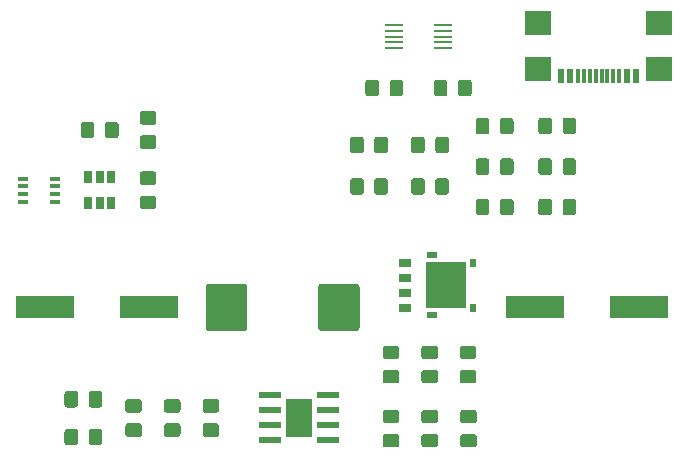
<source format=gbr>
G04 #@! TF.GenerationSoftware,KiCad,Pcbnew,(5.1.5)-3*
G04 #@! TF.CreationDate,2020-06-11T09:31:08-05:00*
G04 #@! TF.ProjectId,Li-ion 5A Boost 1A Charge Protect,4c692d69-6f6e-4203-9541-20426f6f7374,rev?*
G04 #@! TF.SameCoordinates,Original*
G04 #@! TF.FileFunction,Paste,Top*
G04 #@! TF.FilePolarity,Positive*
%FSLAX46Y46*%
G04 Gerber Fmt 4.6, Leading zero omitted, Abs format (unit mm)*
G04 Created by KiCad (PCBNEW (5.1.5)-3) date 2020-06-11 09:31:08*
%MOMM*%
%LPD*%
G04 APERTURE LIST*
%ADD10R,4.900000X1.900000*%
%ADD11R,0.905000X0.495000*%
%ADD12R,0.475000X0.750000*%
%ADD13R,3.500000X4.000000*%
%ADD14R,1.000000X0.750000*%
%ADD15R,2.180000X2.000000*%
%ADD16R,0.300000X1.150000*%
%ADD17R,0.600000X1.150000*%
%ADD18R,0.650000X1.060000*%
%ADD19R,0.900000X0.450000*%
%ADD20C,0.100000*%
%ADD21R,1.524000X0.279400*%
%ADD22R,2.280000X3.300000*%
%ADD23R,1.970000X0.600000*%
G04 APERTURE END LIST*
D10*
X119600000Y-77622800D03*
X128400000Y-77622800D03*
X169900000Y-77622800D03*
X161100000Y-77622800D03*
D11*
X152377500Y-78277500D03*
X152377500Y-73222500D03*
D12*
X155792500Y-77655000D03*
X155792500Y-73845000D03*
D13*
X153527500Y-75750000D03*
D14*
X150035000Y-73845000D03*
X150035000Y-75115000D03*
X150035000Y-76385000D03*
X150035000Y-77655000D03*
D15*
X161330000Y-53540000D03*
X171550000Y-53540000D03*
X161330000Y-57470000D03*
X171550000Y-57470000D03*
D16*
X166190000Y-58045000D03*
X166690000Y-58045000D03*
X165690000Y-58045000D03*
X167190000Y-58045000D03*
X165190000Y-58045000D03*
X167690000Y-58045000D03*
X164690000Y-58045000D03*
X168190000Y-58045000D03*
D17*
X163240000Y-58045000D03*
X164040000Y-58045000D03*
X168840000Y-58045000D03*
X169640000Y-58045000D03*
D18*
X123250000Y-68800000D03*
X124200000Y-68800000D03*
X125150000Y-68800000D03*
X125150000Y-66600000D03*
X123250000Y-66600000D03*
X124200000Y-66600000D03*
D19*
X117750000Y-66725000D03*
X117750000Y-67375000D03*
X117750000Y-68025000D03*
X117750000Y-68675000D03*
X120450000Y-68675000D03*
X120450000Y-68025000D03*
X120450000Y-67375000D03*
X120450000Y-66725000D03*
D20*
G36*
X128774505Y-63051204D02*
G01*
X128798773Y-63054804D01*
X128822572Y-63060765D01*
X128845671Y-63069030D01*
X128867850Y-63079520D01*
X128888893Y-63092132D01*
X128908599Y-63106747D01*
X128926777Y-63123223D01*
X128943253Y-63141401D01*
X128957868Y-63161107D01*
X128970480Y-63182150D01*
X128980970Y-63204329D01*
X128989235Y-63227428D01*
X128995196Y-63251227D01*
X128998796Y-63275495D01*
X129000000Y-63299999D01*
X129000000Y-63950001D01*
X128998796Y-63974505D01*
X128995196Y-63998773D01*
X128989235Y-64022572D01*
X128980970Y-64045671D01*
X128970480Y-64067850D01*
X128957868Y-64088893D01*
X128943253Y-64108599D01*
X128926777Y-64126777D01*
X128908599Y-64143253D01*
X128888893Y-64157868D01*
X128867850Y-64170480D01*
X128845671Y-64180970D01*
X128822572Y-64189235D01*
X128798773Y-64195196D01*
X128774505Y-64198796D01*
X128750001Y-64200000D01*
X127849999Y-64200000D01*
X127825495Y-64198796D01*
X127801227Y-64195196D01*
X127777428Y-64189235D01*
X127754329Y-64180970D01*
X127732150Y-64170480D01*
X127711107Y-64157868D01*
X127691401Y-64143253D01*
X127673223Y-64126777D01*
X127656747Y-64108599D01*
X127642132Y-64088893D01*
X127629520Y-64067850D01*
X127619030Y-64045671D01*
X127610765Y-64022572D01*
X127604804Y-63998773D01*
X127601204Y-63974505D01*
X127600000Y-63950001D01*
X127600000Y-63299999D01*
X127601204Y-63275495D01*
X127604804Y-63251227D01*
X127610765Y-63227428D01*
X127619030Y-63204329D01*
X127629520Y-63182150D01*
X127642132Y-63161107D01*
X127656747Y-63141401D01*
X127673223Y-63123223D01*
X127691401Y-63106747D01*
X127711107Y-63092132D01*
X127732150Y-63079520D01*
X127754329Y-63069030D01*
X127777428Y-63060765D01*
X127801227Y-63054804D01*
X127825495Y-63051204D01*
X127849999Y-63050000D01*
X128750001Y-63050000D01*
X128774505Y-63051204D01*
G37*
G36*
X128774505Y-61001204D02*
G01*
X128798773Y-61004804D01*
X128822572Y-61010765D01*
X128845671Y-61019030D01*
X128867850Y-61029520D01*
X128888893Y-61042132D01*
X128908599Y-61056747D01*
X128926777Y-61073223D01*
X128943253Y-61091401D01*
X128957868Y-61111107D01*
X128970480Y-61132150D01*
X128980970Y-61154329D01*
X128989235Y-61177428D01*
X128995196Y-61201227D01*
X128998796Y-61225495D01*
X129000000Y-61249999D01*
X129000000Y-61900001D01*
X128998796Y-61924505D01*
X128995196Y-61948773D01*
X128989235Y-61972572D01*
X128980970Y-61995671D01*
X128970480Y-62017850D01*
X128957868Y-62038893D01*
X128943253Y-62058599D01*
X128926777Y-62076777D01*
X128908599Y-62093253D01*
X128888893Y-62107868D01*
X128867850Y-62120480D01*
X128845671Y-62130970D01*
X128822572Y-62139235D01*
X128798773Y-62145196D01*
X128774505Y-62148796D01*
X128750001Y-62150000D01*
X127849999Y-62150000D01*
X127825495Y-62148796D01*
X127801227Y-62145196D01*
X127777428Y-62139235D01*
X127754329Y-62130970D01*
X127732150Y-62120480D01*
X127711107Y-62107868D01*
X127691401Y-62093253D01*
X127673223Y-62076777D01*
X127656747Y-62058599D01*
X127642132Y-62038893D01*
X127629520Y-62017850D01*
X127619030Y-61995671D01*
X127610765Y-61972572D01*
X127604804Y-61948773D01*
X127601204Y-61924505D01*
X127600000Y-61900001D01*
X127600000Y-61249999D01*
X127601204Y-61225495D01*
X127604804Y-61201227D01*
X127610765Y-61177428D01*
X127619030Y-61154329D01*
X127629520Y-61132150D01*
X127642132Y-61111107D01*
X127656747Y-61091401D01*
X127673223Y-61073223D01*
X127691401Y-61056747D01*
X127711107Y-61042132D01*
X127732150Y-61029520D01*
X127754329Y-61019030D01*
X127777428Y-61010765D01*
X127801227Y-61004804D01*
X127825495Y-61001204D01*
X127849999Y-61000000D01*
X128750001Y-61000000D01*
X128774505Y-61001204D01*
G37*
G36*
X128774505Y-66101204D02*
G01*
X128798773Y-66104804D01*
X128822572Y-66110765D01*
X128845671Y-66119030D01*
X128867850Y-66129520D01*
X128888893Y-66142132D01*
X128908599Y-66156747D01*
X128926777Y-66173223D01*
X128943253Y-66191401D01*
X128957868Y-66211107D01*
X128970480Y-66232150D01*
X128980970Y-66254329D01*
X128989235Y-66277428D01*
X128995196Y-66301227D01*
X128998796Y-66325495D01*
X129000000Y-66349999D01*
X129000000Y-67000001D01*
X128998796Y-67024505D01*
X128995196Y-67048773D01*
X128989235Y-67072572D01*
X128980970Y-67095671D01*
X128970480Y-67117850D01*
X128957868Y-67138893D01*
X128943253Y-67158599D01*
X128926777Y-67176777D01*
X128908599Y-67193253D01*
X128888893Y-67207868D01*
X128867850Y-67220480D01*
X128845671Y-67230970D01*
X128822572Y-67239235D01*
X128798773Y-67245196D01*
X128774505Y-67248796D01*
X128750001Y-67250000D01*
X127849999Y-67250000D01*
X127825495Y-67248796D01*
X127801227Y-67245196D01*
X127777428Y-67239235D01*
X127754329Y-67230970D01*
X127732150Y-67220480D01*
X127711107Y-67207868D01*
X127691401Y-67193253D01*
X127673223Y-67176777D01*
X127656747Y-67158599D01*
X127642132Y-67138893D01*
X127629520Y-67117850D01*
X127619030Y-67095671D01*
X127610765Y-67072572D01*
X127604804Y-67048773D01*
X127601204Y-67024505D01*
X127600000Y-67000001D01*
X127600000Y-66349999D01*
X127601204Y-66325495D01*
X127604804Y-66301227D01*
X127610765Y-66277428D01*
X127619030Y-66254329D01*
X127629520Y-66232150D01*
X127642132Y-66211107D01*
X127656747Y-66191401D01*
X127673223Y-66173223D01*
X127691401Y-66156747D01*
X127711107Y-66142132D01*
X127732150Y-66129520D01*
X127754329Y-66119030D01*
X127777428Y-66110765D01*
X127801227Y-66104804D01*
X127825495Y-66101204D01*
X127849999Y-66100000D01*
X128750001Y-66100000D01*
X128774505Y-66101204D01*
G37*
G36*
X128774505Y-68151204D02*
G01*
X128798773Y-68154804D01*
X128822572Y-68160765D01*
X128845671Y-68169030D01*
X128867850Y-68179520D01*
X128888893Y-68192132D01*
X128908599Y-68206747D01*
X128926777Y-68223223D01*
X128943253Y-68241401D01*
X128957868Y-68261107D01*
X128970480Y-68282150D01*
X128980970Y-68304329D01*
X128989235Y-68327428D01*
X128995196Y-68351227D01*
X128998796Y-68375495D01*
X129000000Y-68399999D01*
X129000000Y-69050001D01*
X128998796Y-69074505D01*
X128995196Y-69098773D01*
X128989235Y-69122572D01*
X128980970Y-69145671D01*
X128970480Y-69167850D01*
X128957868Y-69188893D01*
X128943253Y-69208599D01*
X128926777Y-69226777D01*
X128908599Y-69243253D01*
X128888893Y-69257868D01*
X128867850Y-69270480D01*
X128845671Y-69280970D01*
X128822572Y-69289235D01*
X128798773Y-69295196D01*
X128774505Y-69298796D01*
X128750001Y-69300000D01*
X127849999Y-69300000D01*
X127825495Y-69298796D01*
X127801227Y-69295196D01*
X127777428Y-69289235D01*
X127754329Y-69280970D01*
X127732150Y-69270480D01*
X127711107Y-69257868D01*
X127691401Y-69243253D01*
X127673223Y-69226777D01*
X127656747Y-69208599D01*
X127642132Y-69188893D01*
X127629520Y-69167850D01*
X127619030Y-69145671D01*
X127610765Y-69122572D01*
X127604804Y-69098773D01*
X127601204Y-69074505D01*
X127600000Y-69050001D01*
X127600000Y-68399999D01*
X127601204Y-68375495D01*
X127604804Y-68351227D01*
X127610765Y-68327428D01*
X127619030Y-68304329D01*
X127629520Y-68282150D01*
X127642132Y-68261107D01*
X127656747Y-68241401D01*
X127673223Y-68223223D01*
X127691401Y-68206747D01*
X127711107Y-68192132D01*
X127732150Y-68179520D01*
X127754329Y-68169030D01*
X127777428Y-68160765D01*
X127801227Y-68154804D01*
X127825495Y-68151204D01*
X127849999Y-68150000D01*
X128750001Y-68150000D01*
X128774505Y-68151204D01*
G37*
G36*
X145953759Y-75624115D02*
G01*
X145980260Y-75628046D01*
X146006248Y-75634555D01*
X146031473Y-75643581D01*
X146055691Y-75655035D01*
X146078671Y-75668809D01*
X146100189Y-75684768D01*
X146120040Y-75702760D01*
X146138032Y-75722611D01*
X146153991Y-75744129D01*
X146167765Y-75767109D01*
X146179219Y-75791327D01*
X146188245Y-75816552D01*
X146194754Y-75842540D01*
X146198685Y-75869041D01*
X146200000Y-75895800D01*
X146200000Y-79349800D01*
X146198685Y-79376559D01*
X146194754Y-79403060D01*
X146188245Y-79429048D01*
X146179219Y-79454273D01*
X146167765Y-79478491D01*
X146153991Y-79501471D01*
X146138032Y-79522989D01*
X146120040Y-79542840D01*
X146100189Y-79560832D01*
X146078671Y-79576791D01*
X146055691Y-79590565D01*
X146031473Y-79602019D01*
X146006248Y-79611045D01*
X145980260Y-79617554D01*
X145953759Y-79621485D01*
X145927000Y-79622800D01*
X142973000Y-79622800D01*
X142946241Y-79621485D01*
X142919740Y-79617554D01*
X142893752Y-79611045D01*
X142868527Y-79602019D01*
X142844309Y-79590565D01*
X142821329Y-79576791D01*
X142799811Y-79560832D01*
X142779960Y-79542840D01*
X142761968Y-79522989D01*
X142746009Y-79501471D01*
X142732235Y-79478491D01*
X142720781Y-79454273D01*
X142711755Y-79429048D01*
X142705246Y-79403060D01*
X142701315Y-79376559D01*
X142700000Y-79349800D01*
X142700000Y-75895800D01*
X142701315Y-75869041D01*
X142705246Y-75842540D01*
X142711755Y-75816552D01*
X142720781Y-75791327D01*
X142732235Y-75767109D01*
X142746009Y-75744129D01*
X142761968Y-75722611D01*
X142779960Y-75702760D01*
X142799811Y-75684768D01*
X142821329Y-75668809D01*
X142844309Y-75655035D01*
X142868527Y-75643581D01*
X142893752Y-75634555D01*
X142919740Y-75628046D01*
X142946241Y-75624115D01*
X142973000Y-75622800D01*
X145927000Y-75622800D01*
X145953759Y-75624115D01*
G37*
G36*
X136453759Y-75624115D02*
G01*
X136480260Y-75628046D01*
X136506248Y-75634555D01*
X136531473Y-75643581D01*
X136555691Y-75655035D01*
X136578671Y-75668809D01*
X136600189Y-75684768D01*
X136620040Y-75702760D01*
X136638032Y-75722611D01*
X136653991Y-75744129D01*
X136667765Y-75767109D01*
X136679219Y-75791327D01*
X136688245Y-75816552D01*
X136694754Y-75842540D01*
X136698685Y-75869041D01*
X136700000Y-75895800D01*
X136700000Y-79349800D01*
X136698685Y-79376559D01*
X136694754Y-79403060D01*
X136688245Y-79429048D01*
X136679219Y-79454273D01*
X136667765Y-79478491D01*
X136653991Y-79501471D01*
X136638032Y-79522989D01*
X136620040Y-79542840D01*
X136600189Y-79560832D01*
X136578671Y-79576791D01*
X136555691Y-79590565D01*
X136531473Y-79602019D01*
X136506248Y-79611045D01*
X136480260Y-79617554D01*
X136453759Y-79621485D01*
X136427000Y-79622800D01*
X133473000Y-79622800D01*
X133446241Y-79621485D01*
X133419740Y-79617554D01*
X133393752Y-79611045D01*
X133368527Y-79602019D01*
X133344309Y-79590565D01*
X133321329Y-79576791D01*
X133299811Y-79560832D01*
X133279960Y-79542840D01*
X133261968Y-79522989D01*
X133246009Y-79501471D01*
X133232235Y-79478491D01*
X133220781Y-79454273D01*
X133211755Y-79429048D01*
X133205246Y-79403060D01*
X133201315Y-79376559D01*
X133200000Y-79349800D01*
X133200000Y-75895800D01*
X133201315Y-75869041D01*
X133205246Y-75842540D01*
X133211755Y-75816552D01*
X133220781Y-75791327D01*
X133232235Y-75767109D01*
X133246009Y-75744129D01*
X133261968Y-75722611D01*
X133279960Y-75702760D01*
X133299811Y-75684768D01*
X133321329Y-75668809D01*
X133344309Y-75655035D01*
X133368527Y-75643581D01*
X133393752Y-75634555D01*
X133419740Y-75628046D01*
X133446241Y-75624115D01*
X133473000Y-75622800D01*
X136427000Y-75622800D01*
X136453759Y-75624115D01*
G37*
D21*
X149145300Y-55690001D03*
X149145300Y-55189999D03*
X149145300Y-54690000D03*
X149145300Y-54190001D03*
X149145300Y-53689999D03*
X153234700Y-53689999D03*
X153234700Y-54190001D03*
X153234700Y-54690000D03*
X153234700Y-55189999D03*
X153234700Y-55690001D03*
D22*
X141100000Y-86984000D03*
D23*
X143575000Y-85079000D03*
X143575000Y-86349000D03*
X143575000Y-87619000D03*
X143575000Y-88889000D03*
X138625000Y-88889000D03*
X138625000Y-87619000D03*
X138625000Y-86349000D03*
X138625000Y-85079000D03*
D20*
G36*
X148374505Y-63181204D02*
G01*
X148398773Y-63184804D01*
X148422572Y-63190765D01*
X148445671Y-63199030D01*
X148467850Y-63209520D01*
X148488893Y-63222132D01*
X148508599Y-63236747D01*
X148526777Y-63253223D01*
X148543253Y-63271401D01*
X148557868Y-63291107D01*
X148570480Y-63312150D01*
X148580970Y-63334329D01*
X148589235Y-63357428D01*
X148595196Y-63381227D01*
X148598796Y-63405495D01*
X148600000Y-63429999D01*
X148600000Y-64330001D01*
X148598796Y-64354505D01*
X148595196Y-64378773D01*
X148589235Y-64402572D01*
X148580970Y-64425671D01*
X148570480Y-64447850D01*
X148557868Y-64468893D01*
X148543253Y-64488599D01*
X148526777Y-64506777D01*
X148508599Y-64523253D01*
X148488893Y-64537868D01*
X148467850Y-64550480D01*
X148445671Y-64560970D01*
X148422572Y-64569235D01*
X148398773Y-64575196D01*
X148374505Y-64578796D01*
X148350001Y-64580000D01*
X147699999Y-64580000D01*
X147675495Y-64578796D01*
X147651227Y-64575196D01*
X147627428Y-64569235D01*
X147604329Y-64560970D01*
X147582150Y-64550480D01*
X147561107Y-64537868D01*
X147541401Y-64523253D01*
X147523223Y-64506777D01*
X147506747Y-64488599D01*
X147492132Y-64468893D01*
X147479520Y-64447850D01*
X147469030Y-64425671D01*
X147460765Y-64402572D01*
X147454804Y-64378773D01*
X147451204Y-64354505D01*
X147450000Y-64330001D01*
X147450000Y-63429999D01*
X147451204Y-63405495D01*
X147454804Y-63381227D01*
X147460765Y-63357428D01*
X147469030Y-63334329D01*
X147479520Y-63312150D01*
X147492132Y-63291107D01*
X147506747Y-63271401D01*
X147523223Y-63253223D01*
X147541401Y-63236747D01*
X147561107Y-63222132D01*
X147582150Y-63209520D01*
X147604329Y-63199030D01*
X147627428Y-63190765D01*
X147651227Y-63184804D01*
X147675495Y-63181204D01*
X147699999Y-63180000D01*
X148350001Y-63180000D01*
X148374505Y-63181204D01*
G37*
G36*
X146324505Y-63181204D02*
G01*
X146348773Y-63184804D01*
X146372572Y-63190765D01*
X146395671Y-63199030D01*
X146417850Y-63209520D01*
X146438893Y-63222132D01*
X146458599Y-63236747D01*
X146476777Y-63253223D01*
X146493253Y-63271401D01*
X146507868Y-63291107D01*
X146520480Y-63312150D01*
X146530970Y-63334329D01*
X146539235Y-63357428D01*
X146545196Y-63381227D01*
X146548796Y-63405495D01*
X146550000Y-63429999D01*
X146550000Y-64330001D01*
X146548796Y-64354505D01*
X146545196Y-64378773D01*
X146539235Y-64402572D01*
X146530970Y-64425671D01*
X146520480Y-64447850D01*
X146507868Y-64468893D01*
X146493253Y-64488599D01*
X146476777Y-64506777D01*
X146458599Y-64523253D01*
X146438893Y-64537868D01*
X146417850Y-64550480D01*
X146395671Y-64560970D01*
X146372572Y-64569235D01*
X146348773Y-64575196D01*
X146324505Y-64578796D01*
X146300001Y-64580000D01*
X145649999Y-64580000D01*
X145625495Y-64578796D01*
X145601227Y-64575196D01*
X145577428Y-64569235D01*
X145554329Y-64560970D01*
X145532150Y-64550480D01*
X145511107Y-64537868D01*
X145491401Y-64523253D01*
X145473223Y-64506777D01*
X145456747Y-64488599D01*
X145442132Y-64468893D01*
X145429520Y-64447850D01*
X145419030Y-64425671D01*
X145410765Y-64402572D01*
X145404804Y-64378773D01*
X145401204Y-64354505D01*
X145400000Y-64330001D01*
X145400000Y-63429999D01*
X145401204Y-63405495D01*
X145404804Y-63381227D01*
X145410765Y-63357428D01*
X145419030Y-63334329D01*
X145429520Y-63312150D01*
X145442132Y-63291107D01*
X145456747Y-63271401D01*
X145473223Y-63253223D01*
X145491401Y-63236747D01*
X145511107Y-63222132D01*
X145532150Y-63209520D01*
X145554329Y-63199030D01*
X145577428Y-63190765D01*
X145601227Y-63184804D01*
X145625495Y-63181204D01*
X145649999Y-63180000D01*
X146300001Y-63180000D01*
X146324505Y-63181204D01*
G37*
G36*
X152618255Y-86285204D02*
G01*
X152642523Y-86288804D01*
X152666322Y-86294765D01*
X152689421Y-86303030D01*
X152711600Y-86313520D01*
X152732643Y-86326132D01*
X152752349Y-86340747D01*
X152770527Y-86357223D01*
X152787003Y-86375401D01*
X152801618Y-86395107D01*
X152814230Y-86416150D01*
X152824720Y-86438329D01*
X152832985Y-86461428D01*
X152838946Y-86485227D01*
X152842546Y-86509495D01*
X152843750Y-86533999D01*
X152843750Y-87184001D01*
X152842546Y-87208505D01*
X152838946Y-87232773D01*
X152832985Y-87256572D01*
X152824720Y-87279671D01*
X152814230Y-87301850D01*
X152801618Y-87322893D01*
X152787003Y-87342599D01*
X152770527Y-87360777D01*
X152752349Y-87377253D01*
X152732643Y-87391868D01*
X152711600Y-87404480D01*
X152689421Y-87414970D01*
X152666322Y-87423235D01*
X152642523Y-87429196D01*
X152618255Y-87432796D01*
X152593751Y-87434000D01*
X151693749Y-87434000D01*
X151669245Y-87432796D01*
X151644977Y-87429196D01*
X151621178Y-87423235D01*
X151598079Y-87414970D01*
X151575900Y-87404480D01*
X151554857Y-87391868D01*
X151535151Y-87377253D01*
X151516973Y-87360777D01*
X151500497Y-87342599D01*
X151485882Y-87322893D01*
X151473270Y-87301850D01*
X151462780Y-87279671D01*
X151454515Y-87256572D01*
X151448554Y-87232773D01*
X151444954Y-87208505D01*
X151443750Y-87184001D01*
X151443750Y-86533999D01*
X151444954Y-86509495D01*
X151448554Y-86485227D01*
X151454515Y-86461428D01*
X151462780Y-86438329D01*
X151473270Y-86416150D01*
X151485882Y-86395107D01*
X151500497Y-86375401D01*
X151516973Y-86357223D01*
X151535151Y-86340747D01*
X151554857Y-86326132D01*
X151575900Y-86313520D01*
X151598079Y-86303030D01*
X151621178Y-86294765D01*
X151644977Y-86288804D01*
X151669245Y-86285204D01*
X151693749Y-86284000D01*
X152593751Y-86284000D01*
X152618255Y-86285204D01*
G37*
G36*
X152618255Y-88335204D02*
G01*
X152642523Y-88338804D01*
X152666322Y-88344765D01*
X152689421Y-88353030D01*
X152711600Y-88363520D01*
X152732643Y-88376132D01*
X152752349Y-88390747D01*
X152770527Y-88407223D01*
X152787003Y-88425401D01*
X152801618Y-88445107D01*
X152814230Y-88466150D01*
X152824720Y-88488329D01*
X152832985Y-88511428D01*
X152838946Y-88535227D01*
X152842546Y-88559495D01*
X152843750Y-88583999D01*
X152843750Y-89234001D01*
X152842546Y-89258505D01*
X152838946Y-89282773D01*
X152832985Y-89306572D01*
X152824720Y-89329671D01*
X152814230Y-89351850D01*
X152801618Y-89372893D01*
X152787003Y-89392599D01*
X152770527Y-89410777D01*
X152752349Y-89427253D01*
X152732643Y-89441868D01*
X152711600Y-89454480D01*
X152689421Y-89464970D01*
X152666322Y-89473235D01*
X152642523Y-89479196D01*
X152618255Y-89482796D01*
X152593751Y-89484000D01*
X151693749Y-89484000D01*
X151669245Y-89482796D01*
X151644977Y-89479196D01*
X151621178Y-89473235D01*
X151598079Y-89464970D01*
X151575900Y-89454480D01*
X151554857Y-89441868D01*
X151535151Y-89427253D01*
X151516973Y-89410777D01*
X151500497Y-89392599D01*
X151485882Y-89372893D01*
X151473270Y-89351850D01*
X151462780Y-89329671D01*
X151454515Y-89306572D01*
X151448554Y-89282773D01*
X151444954Y-89258505D01*
X151443750Y-89234001D01*
X151443750Y-88583999D01*
X151444954Y-88559495D01*
X151448554Y-88535227D01*
X151454515Y-88511428D01*
X151462780Y-88488329D01*
X151473270Y-88466150D01*
X151485882Y-88445107D01*
X151500497Y-88425401D01*
X151516973Y-88407223D01*
X151535151Y-88390747D01*
X151554857Y-88376132D01*
X151575900Y-88363520D01*
X151598079Y-88353030D01*
X151621178Y-88344765D01*
X151644977Y-88338804D01*
X151669245Y-88335204D01*
X151693749Y-88334000D01*
X152593751Y-88334000D01*
X152618255Y-88335204D01*
G37*
G36*
X151494505Y-63171204D02*
G01*
X151518773Y-63174804D01*
X151542572Y-63180765D01*
X151565671Y-63189030D01*
X151587850Y-63199520D01*
X151608893Y-63212132D01*
X151628599Y-63226747D01*
X151646777Y-63243223D01*
X151663253Y-63261401D01*
X151677868Y-63281107D01*
X151690480Y-63302150D01*
X151700970Y-63324329D01*
X151709235Y-63347428D01*
X151715196Y-63371227D01*
X151718796Y-63395495D01*
X151720000Y-63419999D01*
X151720000Y-64320001D01*
X151718796Y-64344505D01*
X151715196Y-64368773D01*
X151709235Y-64392572D01*
X151700970Y-64415671D01*
X151690480Y-64437850D01*
X151677868Y-64458893D01*
X151663253Y-64478599D01*
X151646777Y-64496777D01*
X151628599Y-64513253D01*
X151608893Y-64527868D01*
X151587850Y-64540480D01*
X151565671Y-64550970D01*
X151542572Y-64559235D01*
X151518773Y-64565196D01*
X151494505Y-64568796D01*
X151470001Y-64570000D01*
X150819999Y-64570000D01*
X150795495Y-64568796D01*
X150771227Y-64565196D01*
X150747428Y-64559235D01*
X150724329Y-64550970D01*
X150702150Y-64540480D01*
X150681107Y-64527868D01*
X150661401Y-64513253D01*
X150643223Y-64496777D01*
X150626747Y-64478599D01*
X150612132Y-64458893D01*
X150599520Y-64437850D01*
X150589030Y-64415671D01*
X150580765Y-64392572D01*
X150574804Y-64368773D01*
X150571204Y-64344505D01*
X150570000Y-64320001D01*
X150570000Y-63419999D01*
X150571204Y-63395495D01*
X150574804Y-63371227D01*
X150580765Y-63347428D01*
X150589030Y-63324329D01*
X150599520Y-63302150D01*
X150612132Y-63281107D01*
X150626747Y-63261401D01*
X150643223Y-63243223D01*
X150661401Y-63226747D01*
X150681107Y-63212132D01*
X150702150Y-63199520D01*
X150724329Y-63189030D01*
X150747428Y-63180765D01*
X150771227Y-63174804D01*
X150795495Y-63171204D01*
X150819999Y-63170000D01*
X151470001Y-63170000D01*
X151494505Y-63171204D01*
G37*
G36*
X153544505Y-63171204D02*
G01*
X153568773Y-63174804D01*
X153592572Y-63180765D01*
X153615671Y-63189030D01*
X153637850Y-63199520D01*
X153658893Y-63212132D01*
X153678599Y-63226747D01*
X153696777Y-63243223D01*
X153713253Y-63261401D01*
X153727868Y-63281107D01*
X153740480Y-63302150D01*
X153750970Y-63324329D01*
X153759235Y-63347428D01*
X153765196Y-63371227D01*
X153768796Y-63395495D01*
X153770000Y-63419999D01*
X153770000Y-64320001D01*
X153768796Y-64344505D01*
X153765196Y-64368773D01*
X153759235Y-64392572D01*
X153750970Y-64415671D01*
X153740480Y-64437850D01*
X153727868Y-64458893D01*
X153713253Y-64478599D01*
X153696777Y-64496777D01*
X153678599Y-64513253D01*
X153658893Y-64527868D01*
X153637850Y-64540480D01*
X153615671Y-64550970D01*
X153592572Y-64559235D01*
X153568773Y-64565196D01*
X153544505Y-64568796D01*
X153520001Y-64570000D01*
X152869999Y-64570000D01*
X152845495Y-64568796D01*
X152821227Y-64565196D01*
X152797428Y-64559235D01*
X152774329Y-64550970D01*
X152752150Y-64540480D01*
X152731107Y-64527868D01*
X152711401Y-64513253D01*
X152693223Y-64496777D01*
X152676747Y-64478599D01*
X152662132Y-64458893D01*
X152649520Y-64437850D01*
X152639030Y-64415671D01*
X152630765Y-64392572D01*
X152624804Y-64368773D01*
X152621204Y-64344505D01*
X152620000Y-64320001D01*
X152620000Y-63419999D01*
X152621204Y-63395495D01*
X152624804Y-63371227D01*
X152630765Y-63347428D01*
X152639030Y-63324329D01*
X152649520Y-63302150D01*
X152662132Y-63281107D01*
X152676747Y-63261401D01*
X152693223Y-63243223D01*
X152711401Y-63226747D01*
X152731107Y-63212132D01*
X152752150Y-63199520D01*
X152774329Y-63189030D01*
X152797428Y-63180765D01*
X152821227Y-63174804D01*
X152845495Y-63171204D01*
X152869999Y-63170000D01*
X153520001Y-63170000D01*
X153544505Y-63171204D01*
G37*
G36*
X155856505Y-80860204D02*
G01*
X155880773Y-80863804D01*
X155904572Y-80869765D01*
X155927671Y-80878030D01*
X155949850Y-80888520D01*
X155970893Y-80901132D01*
X155990599Y-80915747D01*
X156008777Y-80932223D01*
X156025253Y-80950401D01*
X156039868Y-80970107D01*
X156052480Y-80991150D01*
X156062970Y-81013329D01*
X156071235Y-81036428D01*
X156077196Y-81060227D01*
X156080796Y-81084495D01*
X156082000Y-81108999D01*
X156082000Y-81759001D01*
X156080796Y-81783505D01*
X156077196Y-81807773D01*
X156071235Y-81831572D01*
X156062970Y-81854671D01*
X156052480Y-81876850D01*
X156039868Y-81897893D01*
X156025253Y-81917599D01*
X156008777Y-81935777D01*
X155990599Y-81952253D01*
X155970893Y-81966868D01*
X155949850Y-81979480D01*
X155927671Y-81989970D01*
X155904572Y-81998235D01*
X155880773Y-82004196D01*
X155856505Y-82007796D01*
X155832001Y-82009000D01*
X154931999Y-82009000D01*
X154907495Y-82007796D01*
X154883227Y-82004196D01*
X154859428Y-81998235D01*
X154836329Y-81989970D01*
X154814150Y-81979480D01*
X154793107Y-81966868D01*
X154773401Y-81952253D01*
X154755223Y-81935777D01*
X154738747Y-81917599D01*
X154724132Y-81897893D01*
X154711520Y-81876850D01*
X154701030Y-81854671D01*
X154692765Y-81831572D01*
X154686804Y-81807773D01*
X154683204Y-81783505D01*
X154682000Y-81759001D01*
X154682000Y-81108999D01*
X154683204Y-81084495D01*
X154686804Y-81060227D01*
X154692765Y-81036428D01*
X154701030Y-81013329D01*
X154711520Y-80991150D01*
X154724132Y-80970107D01*
X154738747Y-80950401D01*
X154755223Y-80932223D01*
X154773401Y-80915747D01*
X154793107Y-80901132D01*
X154814150Y-80888520D01*
X154836329Y-80878030D01*
X154859428Y-80869765D01*
X154883227Y-80863804D01*
X154907495Y-80860204D01*
X154931999Y-80859000D01*
X155832001Y-80859000D01*
X155856505Y-80860204D01*
G37*
G36*
X155856505Y-82910204D02*
G01*
X155880773Y-82913804D01*
X155904572Y-82919765D01*
X155927671Y-82928030D01*
X155949850Y-82938520D01*
X155970893Y-82951132D01*
X155990599Y-82965747D01*
X156008777Y-82982223D01*
X156025253Y-83000401D01*
X156039868Y-83020107D01*
X156052480Y-83041150D01*
X156062970Y-83063329D01*
X156071235Y-83086428D01*
X156077196Y-83110227D01*
X156080796Y-83134495D01*
X156082000Y-83158999D01*
X156082000Y-83809001D01*
X156080796Y-83833505D01*
X156077196Y-83857773D01*
X156071235Y-83881572D01*
X156062970Y-83904671D01*
X156052480Y-83926850D01*
X156039868Y-83947893D01*
X156025253Y-83967599D01*
X156008777Y-83985777D01*
X155990599Y-84002253D01*
X155970893Y-84016868D01*
X155949850Y-84029480D01*
X155927671Y-84039970D01*
X155904572Y-84048235D01*
X155880773Y-84054196D01*
X155856505Y-84057796D01*
X155832001Y-84059000D01*
X154931999Y-84059000D01*
X154907495Y-84057796D01*
X154883227Y-84054196D01*
X154859428Y-84048235D01*
X154836329Y-84039970D01*
X154814150Y-84029480D01*
X154793107Y-84016868D01*
X154773401Y-84002253D01*
X154755223Y-83985777D01*
X154738747Y-83967599D01*
X154724132Y-83947893D01*
X154711520Y-83926850D01*
X154701030Y-83904671D01*
X154692765Y-83881572D01*
X154686804Y-83857773D01*
X154683204Y-83833505D01*
X154682000Y-83809001D01*
X154682000Y-83158999D01*
X154683204Y-83134495D01*
X154686804Y-83110227D01*
X154692765Y-83086428D01*
X154701030Y-83063329D01*
X154711520Y-83041150D01*
X154724132Y-83020107D01*
X154738747Y-83000401D01*
X154755223Y-82982223D01*
X154773401Y-82965747D01*
X154793107Y-82951132D01*
X154814150Y-82938520D01*
X154836329Y-82928030D01*
X154859428Y-82919765D01*
X154883227Y-82913804D01*
X154907495Y-82910204D01*
X154931999Y-82909000D01*
X155832001Y-82909000D01*
X155856505Y-82910204D01*
G37*
G36*
X152618255Y-80860204D02*
G01*
X152642523Y-80863804D01*
X152666322Y-80869765D01*
X152689421Y-80878030D01*
X152711600Y-80888520D01*
X152732643Y-80901132D01*
X152752349Y-80915747D01*
X152770527Y-80932223D01*
X152787003Y-80950401D01*
X152801618Y-80970107D01*
X152814230Y-80991150D01*
X152824720Y-81013329D01*
X152832985Y-81036428D01*
X152838946Y-81060227D01*
X152842546Y-81084495D01*
X152843750Y-81108999D01*
X152843750Y-81759001D01*
X152842546Y-81783505D01*
X152838946Y-81807773D01*
X152832985Y-81831572D01*
X152824720Y-81854671D01*
X152814230Y-81876850D01*
X152801618Y-81897893D01*
X152787003Y-81917599D01*
X152770527Y-81935777D01*
X152752349Y-81952253D01*
X152732643Y-81966868D01*
X152711600Y-81979480D01*
X152689421Y-81989970D01*
X152666322Y-81998235D01*
X152642523Y-82004196D01*
X152618255Y-82007796D01*
X152593751Y-82009000D01*
X151693749Y-82009000D01*
X151669245Y-82007796D01*
X151644977Y-82004196D01*
X151621178Y-81998235D01*
X151598079Y-81989970D01*
X151575900Y-81979480D01*
X151554857Y-81966868D01*
X151535151Y-81952253D01*
X151516973Y-81935777D01*
X151500497Y-81917599D01*
X151485882Y-81897893D01*
X151473270Y-81876850D01*
X151462780Y-81854671D01*
X151454515Y-81831572D01*
X151448554Y-81807773D01*
X151444954Y-81783505D01*
X151443750Y-81759001D01*
X151443750Y-81108999D01*
X151444954Y-81084495D01*
X151448554Y-81060227D01*
X151454515Y-81036428D01*
X151462780Y-81013329D01*
X151473270Y-80991150D01*
X151485882Y-80970107D01*
X151500497Y-80950401D01*
X151516973Y-80932223D01*
X151535151Y-80915747D01*
X151554857Y-80901132D01*
X151575900Y-80888520D01*
X151598079Y-80878030D01*
X151621178Y-80869765D01*
X151644977Y-80863804D01*
X151669245Y-80860204D01*
X151693749Y-80859000D01*
X152593751Y-80859000D01*
X152618255Y-80860204D01*
G37*
G36*
X152618255Y-82910204D02*
G01*
X152642523Y-82913804D01*
X152666322Y-82919765D01*
X152689421Y-82928030D01*
X152711600Y-82938520D01*
X152732643Y-82951132D01*
X152752349Y-82965747D01*
X152770527Y-82982223D01*
X152787003Y-83000401D01*
X152801618Y-83020107D01*
X152814230Y-83041150D01*
X152824720Y-83063329D01*
X152832985Y-83086428D01*
X152838946Y-83110227D01*
X152842546Y-83134495D01*
X152843750Y-83158999D01*
X152843750Y-83809001D01*
X152842546Y-83833505D01*
X152838946Y-83857773D01*
X152832985Y-83881572D01*
X152824720Y-83904671D01*
X152814230Y-83926850D01*
X152801618Y-83947893D01*
X152787003Y-83967599D01*
X152770527Y-83985777D01*
X152752349Y-84002253D01*
X152732643Y-84016868D01*
X152711600Y-84029480D01*
X152689421Y-84039970D01*
X152666322Y-84048235D01*
X152642523Y-84054196D01*
X152618255Y-84057796D01*
X152593751Y-84059000D01*
X151693749Y-84059000D01*
X151669245Y-84057796D01*
X151644977Y-84054196D01*
X151621178Y-84048235D01*
X151598079Y-84039970D01*
X151575900Y-84029480D01*
X151554857Y-84016868D01*
X151535151Y-84002253D01*
X151516973Y-83985777D01*
X151500497Y-83967599D01*
X151485882Y-83947893D01*
X151473270Y-83926850D01*
X151462780Y-83904671D01*
X151454515Y-83881572D01*
X151448554Y-83857773D01*
X151444954Y-83833505D01*
X151443750Y-83809001D01*
X151443750Y-83158999D01*
X151444954Y-83134495D01*
X151448554Y-83110227D01*
X151454515Y-83086428D01*
X151462780Y-83063329D01*
X151473270Y-83041150D01*
X151485882Y-83020107D01*
X151500497Y-83000401D01*
X151516973Y-82982223D01*
X151535151Y-82965747D01*
X151554857Y-82951132D01*
X151575900Y-82938520D01*
X151598079Y-82928030D01*
X151621178Y-82919765D01*
X151644977Y-82913804D01*
X151669245Y-82910204D01*
X151693749Y-82909000D01*
X152593751Y-82909000D01*
X152618255Y-82910204D01*
G37*
G36*
X127552505Y-87435204D02*
G01*
X127576773Y-87438804D01*
X127600572Y-87444765D01*
X127623671Y-87453030D01*
X127645850Y-87463520D01*
X127666893Y-87476132D01*
X127686599Y-87490747D01*
X127704777Y-87507223D01*
X127721253Y-87525401D01*
X127735868Y-87545107D01*
X127748480Y-87566150D01*
X127758970Y-87588329D01*
X127767235Y-87611428D01*
X127773196Y-87635227D01*
X127776796Y-87659495D01*
X127778000Y-87683999D01*
X127778000Y-88334001D01*
X127776796Y-88358505D01*
X127773196Y-88382773D01*
X127767235Y-88406572D01*
X127758970Y-88429671D01*
X127748480Y-88451850D01*
X127735868Y-88472893D01*
X127721253Y-88492599D01*
X127704777Y-88510777D01*
X127686599Y-88527253D01*
X127666893Y-88541868D01*
X127645850Y-88554480D01*
X127623671Y-88564970D01*
X127600572Y-88573235D01*
X127576773Y-88579196D01*
X127552505Y-88582796D01*
X127528001Y-88584000D01*
X126627999Y-88584000D01*
X126603495Y-88582796D01*
X126579227Y-88579196D01*
X126555428Y-88573235D01*
X126532329Y-88564970D01*
X126510150Y-88554480D01*
X126489107Y-88541868D01*
X126469401Y-88527253D01*
X126451223Y-88510777D01*
X126434747Y-88492599D01*
X126420132Y-88472893D01*
X126407520Y-88451850D01*
X126397030Y-88429671D01*
X126388765Y-88406572D01*
X126382804Y-88382773D01*
X126379204Y-88358505D01*
X126378000Y-88334001D01*
X126378000Y-87683999D01*
X126379204Y-87659495D01*
X126382804Y-87635227D01*
X126388765Y-87611428D01*
X126397030Y-87588329D01*
X126407520Y-87566150D01*
X126420132Y-87545107D01*
X126434747Y-87525401D01*
X126451223Y-87507223D01*
X126469401Y-87490747D01*
X126489107Y-87476132D01*
X126510150Y-87463520D01*
X126532329Y-87453030D01*
X126555428Y-87444765D01*
X126579227Y-87438804D01*
X126603495Y-87435204D01*
X126627999Y-87434000D01*
X127528001Y-87434000D01*
X127552505Y-87435204D01*
G37*
G36*
X127552505Y-85385204D02*
G01*
X127576773Y-85388804D01*
X127600572Y-85394765D01*
X127623671Y-85403030D01*
X127645850Y-85413520D01*
X127666893Y-85426132D01*
X127686599Y-85440747D01*
X127704777Y-85457223D01*
X127721253Y-85475401D01*
X127735868Y-85495107D01*
X127748480Y-85516150D01*
X127758970Y-85538329D01*
X127767235Y-85561428D01*
X127773196Y-85585227D01*
X127776796Y-85609495D01*
X127778000Y-85633999D01*
X127778000Y-86284001D01*
X127776796Y-86308505D01*
X127773196Y-86332773D01*
X127767235Y-86356572D01*
X127758970Y-86379671D01*
X127748480Y-86401850D01*
X127735868Y-86422893D01*
X127721253Y-86442599D01*
X127704777Y-86460777D01*
X127686599Y-86477253D01*
X127666893Y-86491868D01*
X127645850Y-86504480D01*
X127623671Y-86514970D01*
X127600572Y-86523235D01*
X127576773Y-86529196D01*
X127552505Y-86532796D01*
X127528001Y-86534000D01*
X126627999Y-86534000D01*
X126603495Y-86532796D01*
X126579227Y-86529196D01*
X126555428Y-86523235D01*
X126532329Y-86514970D01*
X126510150Y-86504480D01*
X126489107Y-86491868D01*
X126469401Y-86477253D01*
X126451223Y-86460777D01*
X126434747Y-86442599D01*
X126420132Y-86422893D01*
X126407520Y-86401850D01*
X126397030Y-86379671D01*
X126388765Y-86356572D01*
X126382804Y-86332773D01*
X126379204Y-86308505D01*
X126378000Y-86284001D01*
X126378000Y-85633999D01*
X126379204Y-85609495D01*
X126382804Y-85585227D01*
X126388765Y-85561428D01*
X126397030Y-85538329D01*
X126407520Y-85516150D01*
X126420132Y-85495107D01*
X126434747Y-85475401D01*
X126451223Y-85457223D01*
X126469401Y-85440747D01*
X126489107Y-85426132D01*
X126510150Y-85413520D01*
X126532329Y-85403030D01*
X126555428Y-85394765D01*
X126579227Y-85388804D01*
X126603495Y-85385204D01*
X126627999Y-85384000D01*
X127528001Y-85384000D01*
X127552505Y-85385204D01*
G37*
G36*
X151494505Y-66671204D02*
G01*
X151518773Y-66674804D01*
X151542572Y-66680765D01*
X151565671Y-66689030D01*
X151587850Y-66699520D01*
X151608893Y-66712132D01*
X151628599Y-66726747D01*
X151646777Y-66743223D01*
X151663253Y-66761401D01*
X151677868Y-66781107D01*
X151690480Y-66802150D01*
X151700970Y-66824329D01*
X151709235Y-66847428D01*
X151715196Y-66871227D01*
X151718796Y-66895495D01*
X151720000Y-66919999D01*
X151720000Y-67820001D01*
X151718796Y-67844505D01*
X151715196Y-67868773D01*
X151709235Y-67892572D01*
X151700970Y-67915671D01*
X151690480Y-67937850D01*
X151677868Y-67958893D01*
X151663253Y-67978599D01*
X151646777Y-67996777D01*
X151628599Y-68013253D01*
X151608893Y-68027868D01*
X151587850Y-68040480D01*
X151565671Y-68050970D01*
X151542572Y-68059235D01*
X151518773Y-68065196D01*
X151494505Y-68068796D01*
X151470001Y-68070000D01*
X150819999Y-68070000D01*
X150795495Y-68068796D01*
X150771227Y-68065196D01*
X150747428Y-68059235D01*
X150724329Y-68050970D01*
X150702150Y-68040480D01*
X150681107Y-68027868D01*
X150661401Y-68013253D01*
X150643223Y-67996777D01*
X150626747Y-67978599D01*
X150612132Y-67958893D01*
X150599520Y-67937850D01*
X150589030Y-67915671D01*
X150580765Y-67892572D01*
X150574804Y-67868773D01*
X150571204Y-67844505D01*
X150570000Y-67820001D01*
X150570000Y-66919999D01*
X150571204Y-66895495D01*
X150574804Y-66871227D01*
X150580765Y-66847428D01*
X150589030Y-66824329D01*
X150599520Y-66802150D01*
X150612132Y-66781107D01*
X150626747Y-66761401D01*
X150643223Y-66743223D01*
X150661401Y-66726747D01*
X150681107Y-66712132D01*
X150702150Y-66699520D01*
X150724329Y-66689030D01*
X150747428Y-66680765D01*
X150771227Y-66674804D01*
X150795495Y-66671204D01*
X150819999Y-66670000D01*
X151470001Y-66670000D01*
X151494505Y-66671204D01*
G37*
G36*
X153544505Y-66671204D02*
G01*
X153568773Y-66674804D01*
X153592572Y-66680765D01*
X153615671Y-66689030D01*
X153637850Y-66699520D01*
X153658893Y-66712132D01*
X153678599Y-66726747D01*
X153696777Y-66743223D01*
X153713253Y-66761401D01*
X153727868Y-66781107D01*
X153740480Y-66802150D01*
X153750970Y-66824329D01*
X153759235Y-66847428D01*
X153765196Y-66871227D01*
X153768796Y-66895495D01*
X153770000Y-66919999D01*
X153770000Y-67820001D01*
X153768796Y-67844505D01*
X153765196Y-67868773D01*
X153759235Y-67892572D01*
X153750970Y-67915671D01*
X153740480Y-67937850D01*
X153727868Y-67958893D01*
X153713253Y-67978599D01*
X153696777Y-67996777D01*
X153678599Y-68013253D01*
X153658893Y-68027868D01*
X153637850Y-68040480D01*
X153615671Y-68050970D01*
X153592572Y-68059235D01*
X153568773Y-68065196D01*
X153544505Y-68068796D01*
X153520001Y-68070000D01*
X152869999Y-68070000D01*
X152845495Y-68068796D01*
X152821227Y-68065196D01*
X152797428Y-68059235D01*
X152774329Y-68050970D01*
X152752150Y-68040480D01*
X152731107Y-68027868D01*
X152711401Y-68013253D01*
X152693223Y-67996777D01*
X152676747Y-67978599D01*
X152662132Y-67958893D01*
X152649520Y-67937850D01*
X152639030Y-67915671D01*
X152630765Y-67892572D01*
X152624804Y-67868773D01*
X152621204Y-67844505D01*
X152620000Y-67820001D01*
X152620000Y-66919999D01*
X152621204Y-66895495D01*
X152624804Y-66871227D01*
X152630765Y-66847428D01*
X152639030Y-66824329D01*
X152649520Y-66802150D01*
X152662132Y-66781107D01*
X152676747Y-66761401D01*
X152693223Y-66743223D01*
X152711401Y-66726747D01*
X152731107Y-66712132D01*
X152752150Y-66699520D01*
X152774329Y-66689030D01*
X152797428Y-66680765D01*
X152821227Y-66674804D01*
X152845495Y-66671204D01*
X152869999Y-66670000D01*
X153520001Y-66670000D01*
X153544505Y-66671204D01*
G37*
G36*
X146324505Y-66681204D02*
G01*
X146348773Y-66684804D01*
X146372572Y-66690765D01*
X146395671Y-66699030D01*
X146417850Y-66709520D01*
X146438893Y-66722132D01*
X146458599Y-66736747D01*
X146476777Y-66753223D01*
X146493253Y-66771401D01*
X146507868Y-66791107D01*
X146520480Y-66812150D01*
X146530970Y-66834329D01*
X146539235Y-66857428D01*
X146545196Y-66881227D01*
X146548796Y-66905495D01*
X146550000Y-66929999D01*
X146550000Y-67830001D01*
X146548796Y-67854505D01*
X146545196Y-67878773D01*
X146539235Y-67902572D01*
X146530970Y-67925671D01*
X146520480Y-67947850D01*
X146507868Y-67968893D01*
X146493253Y-67988599D01*
X146476777Y-68006777D01*
X146458599Y-68023253D01*
X146438893Y-68037868D01*
X146417850Y-68050480D01*
X146395671Y-68060970D01*
X146372572Y-68069235D01*
X146348773Y-68075196D01*
X146324505Y-68078796D01*
X146300001Y-68080000D01*
X145649999Y-68080000D01*
X145625495Y-68078796D01*
X145601227Y-68075196D01*
X145577428Y-68069235D01*
X145554329Y-68060970D01*
X145532150Y-68050480D01*
X145511107Y-68037868D01*
X145491401Y-68023253D01*
X145473223Y-68006777D01*
X145456747Y-67988599D01*
X145442132Y-67968893D01*
X145429520Y-67947850D01*
X145419030Y-67925671D01*
X145410765Y-67902572D01*
X145404804Y-67878773D01*
X145401204Y-67854505D01*
X145400000Y-67830001D01*
X145400000Y-66929999D01*
X145401204Y-66905495D01*
X145404804Y-66881227D01*
X145410765Y-66857428D01*
X145419030Y-66834329D01*
X145429520Y-66812150D01*
X145442132Y-66791107D01*
X145456747Y-66771401D01*
X145473223Y-66753223D01*
X145491401Y-66736747D01*
X145511107Y-66722132D01*
X145532150Y-66709520D01*
X145554329Y-66699030D01*
X145577428Y-66690765D01*
X145601227Y-66684804D01*
X145625495Y-66681204D01*
X145649999Y-66680000D01*
X146300001Y-66680000D01*
X146324505Y-66681204D01*
G37*
G36*
X148374505Y-66681204D02*
G01*
X148398773Y-66684804D01*
X148422572Y-66690765D01*
X148445671Y-66699030D01*
X148467850Y-66709520D01*
X148488893Y-66722132D01*
X148508599Y-66736747D01*
X148526777Y-66753223D01*
X148543253Y-66771401D01*
X148557868Y-66791107D01*
X148570480Y-66812150D01*
X148580970Y-66834329D01*
X148589235Y-66857428D01*
X148595196Y-66881227D01*
X148598796Y-66905495D01*
X148600000Y-66929999D01*
X148600000Y-67830001D01*
X148598796Y-67854505D01*
X148595196Y-67878773D01*
X148589235Y-67902572D01*
X148580970Y-67925671D01*
X148570480Y-67947850D01*
X148557868Y-67968893D01*
X148543253Y-67988599D01*
X148526777Y-68006777D01*
X148508599Y-68023253D01*
X148488893Y-68037868D01*
X148467850Y-68050480D01*
X148445671Y-68060970D01*
X148422572Y-68069235D01*
X148398773Y-68075196D01*
X148374505Y-68078796D01*
X148350001Y-68080000D01*
X147699999Y-68080000D01*
X147675495Y-68078796D01*
X147651227Y-68075196D01*
X147627428Y-68069235D01*
X147604329Y-68060970D01*
X147582150Y-68050480D01*
X147561107Y-68037868D01*
X147541401Y-68023253D01*
X147523223Y-68006777D01*
X147506747Y-67988599D01*
X147492132Y-67968893D01*
X147479520Y-67947850D01*
X147469030Y-67925671D01*
X147460765Y-67902572D01*
X147454804Y-67878773D01*
X147451204Y-67854505D01*
X147450000Y-67830001D01*
X147450000Y-66929999D01*
X147451204Y-66905495D01*
X147454804Y-66881227D01*
X147460765Y-66857428D01*
X147469030Y-66834329D01*
X147479520Y-66812150D01*
X147492132Y-66791107D01*
X147506747Y-66771401D01*
X147523223Y-66753223D01*
X147541401Y-66736747D01*
X147561107Y-66722132D01*
X147582150Y-66709520D01*
X147604329Y-66699030D01*
X147627428Y-66690765D01*
X147651227Y-66684804D01*
X147675495Y-66681204D01*
X147699999Y-66680000D01*
X148350001Y-66680000D01*
X148374505Y-66681204D01*
G37*
G36*
X156964505Y-65006204D02*
G01*
X156988773Y-65009804D01*
X157012572Y-65015765D01*
X157035671Y-65024030D01*
X157057850Y-65034520D01*
X157078893Y-65047132D01*
X157098599Y-65061747D01*
X157116777Y-65078223D01*
X157133253Y-65096401D01*
X157147868Y-65116107D01*
X157160480Y-65137150D01*
X157170970Y-65159329D01*
X157179235Y-65182428D01*
X157185196Y-65206227D01*
X157188796Y-65230495D01*
X157190000Y-65254999D01*
X157190000Y-66155001D01*
X157188796Y-66179505D01*
X157185196Y-66203773D01*
X157179235Y-66227572D01*
X157170970Y-66250671D01*
X157160480Y-66272850D01*
X157147868Y-66293893D01*
X157133253Y-66313599D01*
X157116777Y-66331777D01*
X157098599Y-66348253D01*
X157078893Y-66362868D01*
X157057850Y-66375480D01*
X157035671Y-66385970D01*
X157012572Y-66394235D01*
X156988773Y-66400196D01*
X156964505Y-66403796D01*
X156940001Y-66405000D01*
X156289999Y-66405000D01*
X156265495Y-66403796D01*
X156241227Y-66400196D01*
X156217428Y-66394235D01*
X156194329Y-66385970D01*
X156172150Y-66375480D01*
X156151107Y-66362868D01*
X156131401Y-66348253D01*
X156113223Y-66331777D01*
X156096747Y-66313599D01*
X156082132Y-66293893D01*
X156069520Y-66272850D01*
X156059030Y-66250671D01*
X156050765Y-66227572D01*
X156044804Y-66203773D01*
X156041204Y-66179505D01*
X156040000Y-66155001D01*
X156040000Y-65254999D01*
X156041204Y-65230495D01*
X156044804Y-65206227D01*
X156050765Y-65182428D01*
X156059030Y-65159329D01*
X156069520Y-65137150D01*
X156082132Y-65116107D01*
X156096747Y-65096401D01*
X156113223Y-65078223D01*
X156131401Y-65061747D01*
X156151107Y-65047132D01*
X156172150Y-65034520D01*
X156194329Y-65024030D01*
X156217428Y-65015765D01*
X156241227Y-65009804D01*
X156265495Y-65006204D01*
X156289999Y-65005000D01*
X156940001Y-65005000D01*
X156964505Y-65006204D01*
G37*
G36*
X159014505Y-65006204D02*
G01*
X159038773Y-65009804D01*
X159062572Y-65015765D01*
X159085671Y-65024030D01*
X159107850Y-65034520D01*
X159128893Y-65047132D01*
X159148599Y-65061747D01*
X159166777Y-65078223D01*
X159183253Y-65096401D01*
X159197868Y-65116107D01*
X159210480Y-65137150D01*
X159220970Y-65159329D01*
X159229235Y-65182428D01*
X159235196Y-65206227D01*
X159238796Y-65230495D01*
X159240000Y-65254999D01*
X159240000Y-66155001D01*
X159238796Y-66179505D01*
X159235196Y-66203773D01*
X159229235Y-66227572D01*
X159220970Y-66250671D01*
X159210480Y-66272850D01*
X159197868Y-66293893D01*
X159183253Y-66313599D01*
X159166777Y-66331777D01*
X159148599Y-66348253D01*
X159128893Y-66362868D01*
X159107850Y-66375480D01*
X159085671Y-66385970D01*
X159062572Y-66394235D01*
X159038773Y-66400196D01*
X159014505Y-66403796D01*
X158990001Y-66405000D01*
X158339999Y-66405000D01*
X158315495Y-66403796D01*
X158291227Y-66400196D01*
X158267428Y-66394235D01*
X158244329Y-66385970D01*
X158222150Y-66375480D01*
X158201107Y-66362868D01*
X158181401Y-66348253D01*
X158163223Y-66331777D01*
X158146747Y-66313599D01*
X158132132Y-66293893D01*
X158119520Y-66272850D01*
X158109030Y-66250671D01*
X158100765Y-66227572D01*
X158094804Y-66203773D01*
X158091204Y-66179505D01*
X158090000Y-66155001D01*
X158090000Y-65254999D01*
X158091204Y-65230495D01*
X158094804Y-65206227D01*
X158100765Y-65182428D01*
X158109030Y-65159329D01*
X158119520Y-65137150D01*
X158132132Y-65116107D01*
X158146747Y-65096401D01*
X158163223Y-65078223D01*
X158181401Y-65061747D01*
X158201107Y-65047132D01*
X158222150Y-65034520D01*
X158244329Y-65024030D01*
X158267428Y-65015765D01*
X158291227Y-65009804D01*
X158315495Y-65006204D01*
X158339999Y-65005000D01*
X158990001Y-65005000D01*
X159014505Y-65006204D01*
G37*
G36*
X156964505Y-61581204D02*
G01*
X156988773Y-61584804D01*
X157012572Y-61590765D01*
X157035671Y-61599030D01*
X157057850Y-61609520D01*
X157078893Y-61622132D01*
X157098599Y-61636747D01*
X157116777Y-61653223D01*
X157133253Y-61671401D01*
X157147868Y-61691107D01*
X157160480Y-61712150D01*
X157170970Y-61734329D01*
X157179235Y-61757428D01*
X157185196Y-61781227D01*
X157188796Y-61805495D01*
X157190000Y-61829999D01*
X157190000Y-62730001D01*
X157188796Y-62754505D01*
X157185196Y-62778773D01*
X157179235Y-62802572D01*
X157170970Y-62825671D01*
X157160480Y-62847850D01*
X157147868Y-62868893D01*
X157133253Y-62888599D01*
X157116777Y-62906777D01*
X157098599Y-62923253D01*
X157078893Y-62937868D01*
X157057850Y-62950480D01*
X157035671Y-62960970D01*
X157012572Y-62969235D01*
X156988773Y-62975196D01*
X156964505Y-62978796D01*
X156940001Y-62980000D01*
X156289999Y-62980000D01*
X156265495Y-62978796D01*
X156241227Y-62975196D01*
X156217428Y-62969235D01*
X156194329Y-62960970D01*
X156172150Y-62950480D01*
X156151107Y-62937868D01*
X156131401Y-62923253D01*
X156113223Y-62906777D01*
X156096747Y-62888599D01*
X156082132Y-62868893D01*
X156069520Y-62847850D01*
X156059030Y-62825671D01*
X156050765Y-62802572D01*
X156044804Y-62778773D01*
X156041204Y-62754505D01*
X156040000Y-62730001D01*
X156040000Y-61829999D01*
X156041204Y-61805495D01*
X156044804Y-61781227D01*
X156050765Y-61757428D01*
X156059030Y-61734329D01*
X156069520Y-61712150D01*
X156082132Y-61691107D01*
X156096747Y-61671401D01*
X156113223Y-61653223D01*
X156131401Y-61636747D01*
X156151107Y-61622132D01*
X156172150Y-61609520D01*
X156194329Y-61599030D01*
X156217428Y-61590765D01*
X156241227Y-61584804D01*
X156265495Y-61581204D01*
X156289999Y-61580000D01*
X156940001Y-61580000D01*
X156964505Y-61581204D01*
G37*
G36*
X159014505Y-61581204D02*
G01*
X159038773Y-61584804D01*
X159062572Y-61590765D01*
X159085671Y-61599030D01*
X159107850Y-61609520D01*
X159128893Y-61622132D01*
X159148599Y-61636747D01*
X159166777Y-61653223D01*
X159183253Y-61671401D01*
X159197868Y-61691107D01*
X159210480Y-61712150D01*
X159220970Y-61734329D01*
X159229235Y-61757428D01*
X159235196Y-61781227D01*
X159238796Y-61805495D01*
X159240000Y-61829999D01*
X159240000Y-62730001D01*
X159238796Y-62754505D01*
X159235196Y-62778773D01*
X159229235Y-62802572D01*
X159220970Y-62825671D01*
X159210480Y-62847850D01*
X159197868Y-62868893D01*
X159183253Y-62888599D01*
X159166777Y-62906777D01*
X159148599Y-62923253D01*
X159128893Y-62937868D01*
X159107850Y-62950480D01*
X159085671Y-62960970D01*
X159062572Y-62969235D01*
X159038773Y-62975196D01*
X159014505Y-62978796D01*
X158990001Y-62980000D01*
X158339999Y-62980000D01*
X158315495Y-62978796D01*
X158291227Y-62975196D01*
X158267428Y-62969235D01*
X158244329Y-62960970D01*
X158222150Y-62950480D01*
X158201107Y-62937868D01*
X158181401Y-62923253D01*
X158163223Y-62906777D01*
X158146747Y-62888599D01*
X158132132Y-62868893D01*
X158119520Y-62847850D01*
X158109030Y-62825671D01*
X158100765Y-62802572D01*
X158094804Y-62778773D01*
X158091204Y-62754505D01*
X158090000Y-62730001D01*
X158090000Y-61829999D01*
X158091204Y-61805495D01*
X158094804Y-61781227D01*
X158100765Y-61757428D01*
X158109030Y-61734329D01*
X158119520Y-61712150D01*
X158132132Y-61691107D01*
X158146747Y-61671401D01*
X158163223Y-61653223D01*
X158181401Y-61636747D01*
X158201107Y-61622132D01*
X158222150Y-61609520D01*
X158244329Y-61599030D01*
X158267428Y-61590765D01*
X158291227Y-61584804D01*
X158315495Y-61581204D01*
X158339999Y-61580000D01*
X158990001Y-61580000D01*
X159014505Y-61581204D01*
G37*
G36*
X156964505Y-68431204D02*
G01*
X156988773Y-68434804D01*
X157012572Y-68440765D01*
X157035671Y-68449030D01*
X157057850Y-68459520D01*
X157078893Y-68472132D01*
X157098599Y-68486747D01*
X157116777Y-68503223D01*
X157133253Y-68521401D01*
X157147868Y-68541107D01*
X157160480Y-68562150D01*
X157170970Y-68584329D01*
X157179235Y-68607428D01*
X157185196Y-68631227D01*
X157188796Y-68655495D01*
X157190000Y-68679999D01*
X157190000Y-69580001D01*
X157188796Y-69604505D01*
X157185196Y-69628773D01*
X157179235Y-69652572D01*
X157170970Y-69675671D01*
X157160480Y-69697850D01*
X157147868Y-69718893D01*
X157133253Y-69738599D01*
X157116777Y-69756777D01*
X157098599Y-69773253D01*
X157078893Y-69787868D01*
X157057850Y-69800480D01*
X157035671Y-69810970D01*
X157012572Y-69819235D01*
X156988773Y-69825196D01*
X156964505Y-69828796D01*
X156940001Y-69830000D01*
X156289999Y-69830000D01*
X156265495Y-69828796D01*
X156241227Y-69825196D01*
X156217428Y-69819235D01*
X156194329Y-69810970D01*
X156172150Y-69800480D01*
X156151107Y-69787868D01*
X156131401Y-69773253D01*
X156113223Y-69756777D01*
X156096747Y-69738599D01*
X156082132Y-69718893D01*
X156069520Y-69697850D01*
X156059030Y-69675671D01*
X156050765Y-69652572D01*
X156044804Y-69628773D01*
X156041204Y-69604505D01*
X156040000Y-69580001D01*
X156040000Y-68679999D01*
X156041204Y-68655495D01*
X156044804Y-68631227D01*
X156050765Y-68607428D01*
X156059030Y-68584329D01*
X156069520Y-68562150D01*
X156082132Y-68541107D01*
X156096747Y-68521401D01*
X156113223Y-68503223D01*
X156131401Y-68486747D01*
X156151107Y-68472132D01*
X156172150Y-68459520D01*
X156194329Y-68449030D01*
X156217428Y-68440765D01*
X156241227Y-68434804D01*
X156265495Y-68431204D01*
X156289999Y-68430000D01*
X156940001Y-68430000D01*
X156964505Y-68431204D01*
G37*
G36*
X159014505Y-68431204D02*
G01*
X159038773Y-68434804D01*
X159062572Y-68440765D01*
X159085671Y-68449030D01*
X159107850Y-68459520D01*
X159128893Y-68472132D01*
X159148599Y-68486747D01*
X159166777Y-68503223D01*
X159183253Y-68521401D01*
X159197868Y-68541107D01*
X159210480Y-68562150D01*
X159220970Y-68584329D01*
X159229235Y-68607428D01*
X159235196Y-68631227D01*
X159238796Y-68655495D01*
X159240000Y-68679999D01*
X159240000Y-69580001D01*
X159238796Y-69604505D01*
X159235196Y-69628773D01*
X159229235Y-69652572D01*
X159220970Y-69675671D01*
X159210480Y-69697850D01*
X159197868Y-69718893D01*
X159183253Y-69738599D01*
X159166777Y-69756777D01*
X159148599Y-69773253D01*
X159128893Y-69787868D01*
X159107850Y-69800480D01*
X159085671Y-69810970D01*
X159062572Y-69819235D01*
X159038773Y-69825196D01*
X159014505Y-69828796D01*
X158990001Y-69830000D01*
X158339999Y-69830000D01*
X158315495Y-69828796D01*
X158291227Y-69825196D01*
X158267428Y-69819235D01*
X158244329Y-69810970D01*
X158222150Y-69800480D01*
X158201107Y-69787868D01*
X158181401Y-69773253D01*
X158163223Y-69756777D01*
X158146747Y-69738599D01*
X158132132Y-69718893D01*
X158119520Y-69697850D01*
X158109030Y-69675671D01*
X158100765Y-69652572D01*
X158094804Y-69628773D01*
X158091204Y-69604505D01*
X158090000Y-69580001D01*
X158090000Y-68679999D01*
X158091204Y-68655495D01*
X158094804Y-68631227D01*
X158100765Y-68607428D01*
X158109030Y-68584329D01*
X158119520Y-68562150D01*
X158132132Y-68541107D01*
X158146747Y-68521401D01*
X158163223Y-68503223D01*
X158181401Y-68486747D01*
X158201107Y-68472132D01*
X158222150Y-68459520D01*
X158244329Y-68449030D01*
X158267428Y-68440765D01*
X158291227Y-68434804D01*
X158315495Y-68431204D01*
X158339999Y-68430000D01*
X158990001Y-68430000D01*
X159014505Y-68431204D01*
G37*
G36*
X149335005Y-80860204D02*
G01*
X149359273Y-80863804D01*
X149383072Y-80869765D01*
X149406171Y-80878030D01*
X149428350Y-80888520D01*
X149449393Y-80901132D01*
X149469099Y-80915747D01*
X149487277Y-80932223D01*
X149503753Y-80950401D01*
X149518368Y-80970107D01*
X149530980Y-80991150D01*
X149541470Y-81013329D01*
X149549735Y-81036428D01*
X149555696Y-81060227D01*
X149559296Y-81084495D01*
X149560500Y-81108999D01*
X149560500Y-81759001D01*
X149559296Y-81783505D01*
X149555696Y-81807773D01*
X149549735Y-81831572D01*
X149541470Y-81854671D01*
X149530980Y-81876850D01*
X149518368Y-81897893D01*
X149503753Y-81917599D01*
X149487277Y-81935777D01*
X149469099Y-81952253D01*
X149449393Y-81966868D01*
X149428350Y-81979480D01*
X149406171Y-81989970D01*
X149383072Y-81998235D01*
X149359273Y-82004196D01*
X149335005Y-82007796D01*
X149310501Y-82009000D01*
X148410499Y-82009000D01*
X148385995Y-82007796D01*
X148361727Y-82004196D01*
X148337928Y-81998235D01*
X148314829Y-81989970D01*
X148292650Y-81979480D01*
X148271607Y-81966868D01*
X148251901Y-81952253D01*
X148233723Y-81935777D01*
X148217247Y-81917599D01*
X148202632Y-81897893D01*
X148190020Y-81876850D01*
X148179530Y-81854671D01*
X148171265Y-81831572D01*
X148165304Y-81807773D01*
X148161704Y-81783505D01*
X148160500Y-81759001D01*
X148160500Y-81108999D01*
X148161704Y-81084495D01*
X148165304Y-81060227D01*
X148171265Y-81036428D01*
X148179530Y-81013329D01*
X148190020Y-80991150D01*
X148202632Y-80970107D01*
X148217247Y-80950401D01*
X148233723Y-80932223D01*
X148251901Y-80915747D01*
X148271607Y-80901132D01*
X148292650Y-80888520D01*
X148314829Y-80878030D01*
X148337928Y-80869765D01*
X148361727Y-80863804D01*
X148385995Y-80860204D01*
X148410499Y-80859000D01*
X149310501Y-80859000D01*
X149335005Y-80860204D01*
G37*
G36*
X149335005Y-82910204D02*
G01*
X149359273Y-82913804D01*
X149383072Y-82919765D01*
X149406171Y-82928030D01*
X149428350Y-82938520D01*
X149449393Y-82951132D01*
X149469099Y-82965747D01*
X149487277Y-82982223D01*
X149503753Y-83000401D01*
X149518368Y-83020107D01*
X149530980Y-83041150D01*
X149541470Y-83063329D01*
X149549735Y-83086428D01*
X149555696Y-83110227D01*
X149559296Y-83134495D01*
X149560500Y-83158999D01*
X149560500Y-83809001D01*
X149559296Y-83833505D01*
X149555696Y-83857773D01*
X149549735Y-83881572D01*
X149541470Y-83904671D01*
X149530980Y-83926850D01*
X149518368Y-83947893D01*
X149503753Y-83967599D01*
X149487277Y-83985777D01*
X149469099Y-84002253D01*
X149449393Y-84016868D01*
X149428350Y-84029480D01*
X149406171Y-84039970D01*
X149383072Y-84048235D01*
X149359273Y-84054196D01*
X149335005Y-84057796D01*
X149310501Y-84059000D01*
X148410499Y-84059000D01*
X148385995Y-84057796D01*
X148361727Y-84054196D01*
X148337928Y-84048235D01*
X148314829Y-84039970D01*
X148292650Y-84029480D01*
X148271607Y-84016868D01*
X148251901Y-84002253D01*
X148233723Y-83985777D01*
X148217247Y-83967599D01*
X148202632Y-83947893D01*
X148190020Y-83926850D01*
X148179530Y-83904671D01*
X148171265Y-83881572D01*
X148165304Y-83857773D01*
X148161704Y-83833505D01*
X148160500Y-83809001D01*
X148160500Y-83158999D01*
X148161704Y-83134495D01*
X148165304Y-83110227D01*
X148171265Y-83086428D01*
X148179530Y-83063329D01*
X148190020Y-83041150D01*
X148202632Y-83020107D01*
X148217247Y-83000401D01*
X148233723Y-82982223D01*
X148251901Y-82965747D01*
X148271607Y-82951132D01*
X148292650Y-82938520D01*
X148314829Y-82928030D01*
X148337928Y-82919765D01*
X148361727Y-82913804D01*
X148385995Y-82910204D01*
X148410499Y-82909000D01*
X149310501Y-82909000D01*
X149335005Y-82910204D01*
G37*
G36*
X149335005Y-86285204D02*
G01*
X149359273Y-86288804D01*
X149383072Y-86294765D01*
X149406171Y-86303030D01*
X149428350Y-86313520D01*
X149449393Y-86326132D01*
X149469099Y-86340747D01*
X149487277Y-86357223D01*
X149503753Y-86375401D01*
X149518368Y-86395107D01*
X149530980Y-86416150D01*
X149541470Y-86438329D01*
X149549735Y-86461428D01*
X149555696Y-86485227D01*
X149559296Y-86509495D01*
X149560500Y-86533999D01*
X149560500Y-87184001D01*
X149559296Y-87208505D01*
X149555696Y-87232773D01*
X149549735Y-87256572D01*
X149541470Y-87279671D01*
X149530980Y-87301850D01*
X149518368Y-87322893D01*
X149503753Y-87342599D01*
X149487277Y-87360777D01*
X149469099Y-87377253D01*
X149449393Y-87391868D01*
X149428350Y-87404480D01*
X149406171Y-87414970D01*
X149383072Y-87423235D01*
X149359273Y-87429196D01*
X149335005Y-87432796D01*
X149310501Y-87434000D01*
X148410499Y-87434000D01*
X148385995Y-87432796D01*
X148361727Y-87429196D01*
X148337928Y-87423235D01*
X148314829Y-87414970D01*
X148292650Y-87404480D01*
X148271607Y-87391868D01*
X148251901Y-87377253D01*
X148233723Y-87360777D01*
X148217247Y-87342599D01*
X148202632Y-87322893D01*
X148190020Y-87301850D01*
X148179530Y-87279671D01*
X148171265Y-87256572D01*
X148165304Y-87232773D01*
X148161704Y-87208505D01*
X148160500Y-87184001D01*
X148160500Y-86533999D01*
X148161704Y-86509495D01*
X148165304Y-86485227D01*
X148171265Y-86461428D01*
X148179530Y-86438329D01*
X148190020Y-86416150D01*
X148202632Y-86395107D01*
X148217247Y-86375401D01*
X148233723Y-86357223D01*
X148251901Y-86340747D01*
X148271607Y-86326132D01*
X148292650Y-86313520D01*
X148314829Y-86303030D01*
X148337928Y-86294765D01*
X148361727Y-86288804D01*
X148385995Y-86285204D01*
X148410499Y-86284000D01*
X149310501Y-86284000D01*
X149335005Y-86285204D01*
G37*
G36*
X149335005Y-88335204D02*
G01*
X149359273Y-88338804D01*
X149383072Y-88344765D01*
X149406171Y-88353030D01*
X149428350Y-88363520D01*
X149449393Y-88376132D01*
X149469099Y-88390747D01*
X149487277Y-88407223D01*
X149503753Y-88425401D01*
X149518368Y-88445107D01*
X149530980Y-88466150D01*
X149541470Y-88488329D01*
X149549735Y-88511428D01*
X149555696Y-88535227D01*
X149559296Y-88559495D01*
X149560500Y-88583999D01*
X149560500Y-89234001D01*
X149559296Y-89258505D01*
X149555696Y-89282773D01*
X149549735Y-89306572D01*
X149541470Y-89329671D01*
X149530980Y-89351850D01*
X149518368Y-89372893D01*
X149503753Y-89392599D01*
X149487277Y-89410777D01*
X149469099Y-89427253D01*
X149449393Y-89441868D01*
X149428350Y-89454480D01*
X149406171Y-89464970D01*
X149383072Y-89473235D01*
X149359273Y-89479196D01*
X149335005Y-89482796D01*
X149310501Y-89484000D01*
X148410499Y-89484000D01*
X148385995Y-89482796D01*
X148361727Y-89479196D01*
X148337928Y-89473235D01*
X148314829Y-89464970D01*
X148292650Y-89454480D01*
X148271607Y-89441868D01*
X148251901Y-89427253D01*
X148233723Y-89410777D01*
X148217247Y-89392599D01*
X148202632Y-89372893D01*
X148190020Y-89351850D01*
X148179530Y-89329671D01*
X148171265Y-89306572D01*
X148165304Y-89282773D01*
X148161704Y-89258505D01*
X148160500Y-89234001D01*
X148160500Y-88583999D01*
X148161704Y-88559495D01*
X148165304Y-88535227D01*
X148171265Y-88511428D01*
X148179530Y-88488329D01*
X148190020Y-88466150D01*
X148202632Y-88445107D01*
X148217247Y-88425401D01*
X148233723Y-88407223D01*
X148251901Y-88390747D01*
X148271607Y-88376132D01*
X148292650Y-88363520D01*
X148314829Y-88353030D01*
X148337928Y-88344765D01*
X148361727Y-88338804D01*
X148385995Y-88335204D01*
X148410499Y-88334000D01*
X149310501Y-88334000D01*
X149335005Y-88335204D01*
G37*
G36*
X147624505Y-58341204D02*
G01*
X147648773Y-58344804D01*
X147672572Y-58350765D01*
X147695671Y-58359030D01*
X147717850Y-58369520D01*
X147738893Y-58382132D01*
X147758599Y-58396747D01*
X147776777Y-58413223D01*
X147793253Y-58431401D01*
X147807868Y-58451107D01*
X147820480Y-58472150D01*
X147830970Y-58494329D01*
X147839235Y-58517428D01*
X147845196Y-58541227D01*
X147848796Y-58565495D01*
X147850000Y-58589999D01*
X147850000Y-59490001D01*
X147848796Y-59514505D01*
X147845196Y-59538773D01*
X147839235Y-59562572D01*
X147830970Y-59585671D01*
X147820480Y-59607850D01*
X147807868Y-59628893D01*
X147793253Y-59648599D01*
X147776777Y-59666777D01*
X147758599Y-59683253D01*
X147738893Y-59697868D01*
X147717850Y-59710480D01*
X147695671Y-59720970D01*
X147672572Y-59729235D01*
X147648773Y-59735196D01*
X147624505Y-59738796D01*
X147600001Y-59740000D01*
X146949999Y-59740000D01*
X146925495Y-59738796D01*
X146901227Y-59735196D01*
X146877428Y-59729235D01*
X146854329Y-59720970D01*
X146832150Y-59710480D01*
X146811107Y-59697868D01*
X146791401Y-59683253D01*
X146773223Y-59666777D01*
X146756747Y-59648599D01*
X146742132Y-59628893D01*
X146729520Y-59607850D01*
X146719030Y-59585671D01*
X146710765Y-59562572D01*
X146704804Y-59538773D01*
X146701204Y-59514505D01*
X146700000Y-59490001D01*
X146700000Y-58589999D01*
X146701204Y-58565495D01*
X146704804Y-58541227D01*
X146710765Y-58517428D01*
X146719030Y-58494329D01*
X146729520Y-58472150D01*
X146742132Y-58451107D01*
X146756747Y-58431401D01*
X146773223Y-58413223D01*
X146791401Y-58396747D01*
X146811107Y-58382132D01*
X146832150Y-58369520D01*
X146854329Y-58359030D01*
X146877428Y-58350765D01*
X146901227Y-58344804D01*
X146925495Y-58341204D01*
X146949999Y-58340000D01*
X147600001Y-58340000D01*
X147624505Y-58341204D01*
G37*
G36*
X149674505Y-58341204D02*
G01*
X149698773Y-58344804D01*
X149722572Y-58350765D01*
X149745671Y-58359030D01*
X149767850Y-58369520D01*
X149788893Y-58382132D01*
X149808599Y-58396747D01*
X149826777Y-58413223D01*
X149843253Y-58431401D01*
X149857868Y-58451107D01*
X149870480Y-58472150D01*
X149880970Y-58494329D01*
X149889235Y-58517428D01*
X149895196Y-58541227D01*
X149898796Y-58565495D01*
X149900000Y-58589999D01*
X149900000Y-59490001D01*
X149898796Y-59514505D01*
X149895196Y-59538773D01*
X149889235Y-59562572D01*
X149880970Y-59585671D01*
X149870480Y-59607850D01*
X149857868Y-59628893D01*
X149843253Y-59648599D01*
X149826777Y-59666777D01*
X149808599Y-59683253D01*
X149788893Y-59697868D01*
X149767850Y-59710480D01*
X149745671Y-59720970D01*
X149722572Y-59729235D01*
X149698773Y-59735196D01*
X149674505Y-59738796D01*
X149650001Y-59740000D01*
X148999999Y-59740000D01*
X148975495Y-59738796D01*
X148951227Y-59735196D01*
X148927428Y-59729235D01*
X148904329Y-59720970D01*
X148882150Y-59710480D01*
X148861107Y-59697868D01*
X148841401Y-59683253D01*
X148823223Y-59666777D01*
X148806747Y-59648599D01*
X148792132Y-59628893D01*
X148779520Y-59607850D01*
X148769030Y-59585671D01*
X148760765Y-59562572D01*
X148754804Y-59538773D01*
X148751204Y-59514505D01*
X148750000Y-59490001D01*
X148750000Y-58589999D01*
X148751204Y-58565495D01*
X148754804Y-58541227D01*
X148760765Y-58517428D01*
X148769030Y-58494329D01*
X148779520Y-58472150D01*
X148792132Y-58451107D01*
X148806747Y-58431401D01*
X148823223Y-58413223D01*
X148841401Y-58396747D01*
X148861107Y-58382132D01*
X148882150Y-58369520D01*
X148904329Y-58359030D01*
X148927428Y-58350765D01*
X148951227Y-58344804D01*
X148975495Y-58341204D01*
X148999999Y-58340000D01*
X149650001Y-58340000D01*
X149674505Y-58341204D01*
G37*
G36*
X124196505Y-87901204D02*
G01*
X124220773Y-87904804D01*
X124244572Y-87910765D01*
X124267671Y-87919030D01*
X124289850Y-87929520D01*
X124310893Y-87942132D01*
X124330599Y-87956747D01*
X124348777Y-87973223D01*
X124365253Y-87991401D01*
X124379868Y-88011107D01*
X124392480Y-88032150D01*
X124402970Y-88054329D01*
X124411235Y-88077428D01*
X124417196Y-88101227D01*
X124420796Y-88125495D01*
X124422000Y-88149999D01*
X124422000Y-89050001D01*
X124420796Y-89074505D01*
X124417196Y-89098773D01*
X124411235Y-89122572D01*
X124402970Y-89145671D01*
X124392480Y-89167850D01*
X124379868Y-89188893D01*
X124365253Y-89208599D01*
X124348777Y-89226777D01*
X124330599Y-89243253D01*
X124310893Y-89257868D01*
X124289850Y-89270480D01*
X124267671Y-89280970D01*
X124244572Y-89289235D01*
X124220773Y-89295196D01*
X124196505Y-89298796D01*
X124172001Y-89300000D01*
X123521999Y-89300000D01*
X123497495Y-89298796D01*
X123473227Y-89295196D01*
X123449428Y-89289235D01*
X123426329Y-89280970D01*
X123404150Y-89270480D01*
X123383107Y-89257868D01*
X123363401Y-89243253D01*
X123345223Y-89226777D01*
X123328747Y-89208599D01*
X123314132Y-89188893D01*
X123301520Y-89167850D01*
X123291030Y-89145671D01*
X123282765Y-89122572D01*
X123276804Y-89098773D01*
X123273204Y-89074505D01*
X123272000Y-89050001D01*
X123272000Y-88149999D01*
X123273204Y-88125495D01*
X123276804Y-88101227D01*
X123282765Y-88077428D01*
X123291030Y-88054329D01*
X123301520Y-88032150D01*
X123314132Y-88011107D01*
X123328747Y-87991401D01*
X123345223Y-87973223D01*
X123363401Y-87956747D01*
X123383107Y-87942132D01*
X123404150Y-87929520D01*
X123426329Y-87919030D01*
X123449428Y-87910765D01*
X123473227Y-87904804D01*
X123497495Y-87901204D01*
X123521999Y-87900000D01*
X124172001Y-87900000D01*
X124196505Y-87901204D01*
G37*
G36*
X122146505Y-87901204D02*
G01*
X122170773Y-87904804D01*
X122194572Y-87910765D01*
X122217671Y-87919030D01*
X122239850Y-87929520D01*
X122260893Y-87942132D01*
X122280599Y-87956747D01*
X122298777Y-87973223D01*
X122315253Y-87991401D01*
X122329868Y-88011107D01*
X122342480Y-88032150D01*
X122352970Y-88054329D01*
X122361235Y-88077428D01*
X122367196Y-88101227D01*
X122370796Y-88125495D01*
X122372000Y-88149999D01*
X122372000Y-89050001D01*
X122370796Y-89074505D01*
X122367196Y-89098773D01*
X122361235Y-89122572D01*
X122352970Y-89145671D01*
X122342480Y-89167850D01*
X122329868Y-89188893D01*
X122315253Y-89208599D01*
X122298777Y-89226777D01*
X122280599Y-89243253D01*
X122260893Y-89257868D01*
X122239850Y-89270480D01*
X122217671Y-89280970D01*
X122194572Y-89289235D01*
X122170773Y-89295196D01*
X122146505Y-89298796D01*
X122122001Y-89300000D01*
X121471999Y-89300000D01*
X121447495Y-89298796D01*
X121423227Y-89295196D01*
X121399428Y-89289235D01*
X121376329Y-89280970D01*
X121354150Y-89270480D01*
X121333107Y-89257868D01*
X121313401Y-89243253D01*
X121295223Y-89226777D01*
X121278747Y-89208599D01*
X121264132Y-89188893D01*
X121251520Y-89167850D01*
X121241030Y-89145671D01*
X121232765Y-89122572D01*
X121226804Y-89098773D01*
X121223204Y-89074505D01*
X121222000Y-89050001D01*
X121222000Y-88149999D01*
X121223204Y-88125495D01*
X121226804Y-88101227D01*
X121232765Y-88077428D01*
X121241030Y-88054329D01*
X121251520Y-88032150D01*
X121264132Y-88011107D01*
X121278747Y-87991401D01*
X121295223Y-87973223D01*
X121313401Y-87956747D01*
X121333107Y-87942132D01*
X121354150Y-87929520D01*
X121376329Y-87919030D01*
X121399428Y-87910765D01*
X121423227Y-87904804D01*
X121447495Y-87901204D01*
X121471999Y-87900000D01*
X122122001Y-87900000D01*
X122146505Y-87901204D01*
G37*
G36*
X134086505Y-85385204D02*
G01*
X134110773Y-85388804D01*
X134134572Y-85394765D01*
X134157671Y-85403030D01*
X134179850Y-85413520D01*
X134200893Y-85426132D01*
X134220599Y-85440747D01*
X134238777Y-85457223D01*
X134255253Y-85475401D01*
X134269868Y-85495107D01*
X134282480Y-85516150D01*
X134292970Y-85538329D01*
X134301235Y-85561428D01*
X134307196Y-85585227D01*
X134310796Y-85609495D01*
X134312000Y-85633999D01*
X134312000Y-86284001D01*
X134310796Y-86308505D01*
X134307196Y-86332773D01*
X134301235Y-86356572D01*
X134292970Y-86379671D01*
X134282480Y-86401850D01*
X134269868Y-86422893D01*
X134255253Y-86442599D01*
X134238777Y-86460777D01*
X134220599Y-86477253D01*
X134200893Y-86491868D01*
X134179850Y-86504480D01*
X134157671Y-86514970D01*
X134134572Y-86523235D01*
X134110773Y-86529196D01*
X134086505Y-86532796D01*
X134062001Y-86534000D01*
X133161999Y-86534000D01*
X133137495Y-86532796D01*
X133113227Y-86529196D01*
X133089428Y-86523235D01*
X133066329Y-86514970D01*
X133044150Y-86504480D01*
X133023107Y-86491868D01*
X133003401Y-86477253D01*
X132985223Y-86460777D01*
X132968747Y-86442599D01*
X132954132Y-86422893D01*
X132941520Y-86401850D01*
X132931030Y-86379671D01*
X132922765Y-86356572D01*
X132916804Y-86332773D01*
X132913204Y-86308505D01*
X132912000Y-86284001D01*
X132912000Y-85633999D01*
X132913204Y-85609495D01*
X132916804Y-85585227D01*
X132922765Y-85561428D01*
X132931030Y-85538329D01*
X132941520Y-85516150D01*
X132954132Y-85495107D01*
X132968747Y-85475401D01*
X132985223Y-85457223D01*
X133003401Y-85440747D01*
X133023107Y-85426132D01*
X133044150Y-85413520D01*
X133066329Y-85403030D01*
X133089428Y-85394765D01*
X133113227Y-85388804D01*
X133137495Y-85385204D01*
X133161999Y-85384000D01*
X134062001Y-85384000D01*
X134086505Y-85385204D01*
G37*
G36*
X134086505Y-87435204D02*
G01*
X134110773Y-87438804D01*
X134134572Y-87444765D01*
X134157671Y-87453030D01*
X134179850Y-87463520D01*
X134200893Y-87476132D01*
X134220599Y-87490747D01*
X134238777Y-87507223D01*
X134255253Y-87525401D01*
X134269868Y-87545107D01*
X134282480Y-87566150D01*
X134292970Y-87588329D01*
X134301235Y-87611428D01*
X134307196Y-87635227D01*
X134310796Y-87659495D01*
X134312000Y-87683999D01*
X134312000Y-88334001D01*
X134310796Y-88358505D01*
X134307196Y-88382773D01*
X134301235Y-88406572D01*
X134292970Y-88429671D01*
X134282480Y-88451850D01*
X134269868Y-88472893D01*
X134255253Y-88492599D01*
X134238777Y-88510777D01*
X134220599Y-88527253D01*
X134200893Y-88541868D01*
X134179850Y-88554480D01*
X134157671Y-88564970D01*
X134134572Y-88573235D01*
X134110773Y-88579196D01*
X134086505Y-88582796D01*
X134062001Y-88584000D01*
X133161999Y-88584000D01*
X133137495Y-88582796D01*
X133113227Y-88579196D01*
X133089428Y-88573235D01*
X133066329Y-88564970D01*
X133044150Y-88554480D01*
X133023107Y-88541868D01*
X133003401Y-88527253D01*
X132985223Y-88510777D01*
X132968747Y-88492599D01*
X132954132Y-88472893D01*
X132941520Y-88451850D01*
X132931030Y-88429671D01*
X132922765Y-88406572D01*
X132916804Y-88382773D01*
X132913204Y-88358505D01*
X132912000Y-88334001D01*
X132912000Y-87683999D01*
X132913204Y-87659495D01*
X132916804Y-87635227D01*
X132922765Y-87611428D01*
X132931030Y-87588329D01*
X132941520Y-87566150D01*
X132954132Y-87545107D01*
X132968747Y-87525401D01*
X132985223Y-87507223D01*
X133003401Y-87490747D01*
X133023107Y-87476132D01*
X133044150Y-87463520D01*
X133066329Y-87453030D01*
X133089428Y-87444765D01*
X133113227Y-87438804D01*
X133137495Y-87435204D01*
X133161999Y-87434000D01*
X134062001Y-87434000D01*
X134086505Y-87435204D01*
G37*
G36*
X124196505Y-84701204D02*
G01*
X124220773Y-84704804D01*
X124244572Y-84710765D01*
X124267671Y-84719030D01*
X124289850Y-84729520D01*
X124310893Y-84742132D01*
X124330599Y-84756747D01*
X124348777Y-84773223D01*
X124365253Y-84791401D01*
X124379868Y-84811107D01*
X124392480Y-84832150D01*
X124402970Y-84854329D01*
X124411235Y-84877428D01*
X124417196Y-84901227D01*
X124420796Y-84925495D01*
X124422000Y-84949999D01*
X124422000Y-85850001D01*
X124420796Y-85874505D01*
X124417196Y-85898773D01*
X124411235Y-85922572D01*
X124402970Y-85945671D01*
X124392480Y-85967850D01*
X124379868Y-85988893D01*
X124365253Y-86008599D01*
X124348777Y-86026777D01*
X124330599Y-86043253D01*
X124310893Y-86057868D01*
X124289850Y-86070480D01*
X124267671Y-86080970D01*
X124244572Y-86089235D01*
X124220773Y-86095196D01*
X124196505Y-86098796D01*
X124172001Y-86100000D01*
X123521999Y-86100000D01*
X123497495Y-86098796D01*
X123473227Y-86095196D01*
X123449428Y-86089235D01*
X123426329Y-86080970D01*
X123404150Y-86070480D01*
X123383107Y-86057868D01*
X123363401Y-86043253D01*
X123345223Y-86026777D01*
X123328747Y-86008599D01*
X123314132Y-85988893D01*
X123301520Y-85967850D01*
X123291030Y-85945671D01*
X123282765Y-85922572D01*
X123276804Y-85898773D01*
X123273204Y-85874505D01*
X123272000Y-85850001D01*
X123272000Y-84949999D01*
X123273204Y-84925495D01*
X123276804Y-84901227D01*
X123282765Y-84877428D01*
X123291030Y-84854329D01*
X123301520Y-84832150D01*
X123314132Y-84811107D01*
X123328747Y-84791401D01*
X123345223Y-84773223D01*
X123363401Y-84756747D01*
X123383107Y-84742132D01*
X123404150Y-84729520D01*
X123426329Y-84719030D01*
X123449428Y-84710765D01*
X123473227Y-84704804D01*
X123497495Y-84701204D01*
X123521999Y-84700000D01*
X124172001Y-84700000D01*
X124196505Y-84701204D01*
G37*
G36*
X122146505Y-84701204D02*
G01*
X122170773Y-84704804D01*
X122194572Y-84710765D01*
X122217671Y-84719030D01*
X122239850Y-84729520D01*
X122260893Y-84742132D01*
X122280599Y-84756747D01*
X122298777Y-84773223D01*
X122315253Y-84791401D01*
X122329868Y-84811107D01*
X122342480Y-84832150D01*
X122352970Y-84854329D01*
X122361235Y-84877428D01*
X122367196Y-84901227D01*
X122370796Y-84925495D01*
X122372000Y-84949999D01*
X122372000Y-85850001D01*
X122370796Y-85874505D01*
X122367196Y-85898773D01*
X122361235Y-85922572D01*
X122352970Y-85945671D01*
X122342480Y-85967850D01*
X122329868Y-85988893D01*
X122315253Y-86008599D01*
X122298777Y-86026777D01*
X122280599Y-86043253D01*
X122260893Y-86057868D01*
X122239850Y-86070480D01*
X122217671Y-86080970D01*
X122194572Y-86089235D01*
X122170773Y-86095196D01*
X122146505Y-86098796D01*
X122122001Y-86100000D01*
X121471999Y-86100000D01*
X121447495Y-86098796D01*
X121423227Y-86095196D01*
X121399428Y-86089235D01*
X121376329Y-86080970D01*
X121354150Y-86070480D01*
X121333107Y-86057868D01*
X121313401Y-86043253D01*
X121295223Y-86026777D01*
X121278747Y-86008599D01*
X121264132Y-85988893D01*
X121251520Y-85967850D01*
X121241030Y-85945671D01*
X121232765Y-85922572D01*
X121226804Y-85898773D01*
X121223204Y-85874505D01*
X121222000Y-85850001D01*
X121222000Y-84949999D01*
X121223204Y-84925495D01*
X121226804Y-84901227D01*
X121232765Y-84877428D01*
X121241030Y-84854329D01*
X121251520Y-84832150D01*
X121264132Y-84811107D01*
X121278747Y-84791401D01*
X121295223Y-84773223D01*
X121313401Y-84756747D01*
X121333107Y-84742132D01*
X121354150Y-84729520D01*
X121376329Y-84719030D01*
X121399428Y-84710765D01*
X121423227Y-84704804D01*
X121447495Y-84701204D01*
X121471999Y-84700000D01*
X122122001Y-84700000D01*
X122146505Y-84701204D01*
G37*
G36*
X130819505Y-85385204D02*
G01*
X130843773Y-85388804D01*
X130867572Y-85394765D01*
X130890671Y-85403030D01*
X130912850Y-85413520D01*
X130933893Y-85426132D01*
X130953599Y-85440747D01*
X130971777Y-85457223D01*
X130988253Y-85475401D01*
X131002868Y-85495107D01*
X131015480Y-85516150D01*
X131025970Y-85538329D01*
X131034235Y-85561428D01*
X131040196Y-85585227D01*
X131043796Y-85609495D01*
X131045000Y-85633999D01*
X131045000Y-86284001D01*
X131043796Y-86308505D01*
X131040196Y-86332773D01*
X131034235Y-86356572D01*
X131025970Y-86379671D01*
X131015480Y-86401850D01*
X131002868Y-86422893D01*
X130988253Y-86442599D01*
X130971777Y-86460777D01*
X130953599Y-86477253D01*
X130933893Y-86491868D01*
X130912850Y-86504480D01*
X130890671Y-86514970D01*
X130867572Y-86523235D01*
X130843773Y-86529196D01*
X130819505Y-86532796D01*
X130795001Y-86534000D01*
X129894999Y-86534000D01*
X129870495Y-86532796D01*
X129846227Y-86529196D01*
X129822428Y-86523235D01*
X129799329Y-86514970D01*
X129777150Y-86504480D01*
X129756107Y-86491868D01*
X129736401Y-86477253D01*
X129718223Y-86460777D01*
X129701747Y-86442599D01*
X129687132Y-86422893D01*
X129674520Y-86401850D01*
X129664030Y-86379671D01*
X129655765Y-86356572D01*
X129649804Y-86332773D01*
X129646204Y-86308505D01*
X129645000Y-86284001D01*
X129645000Y-85633999D01*
X129646204Y-85609495D01*
X129649804Y-85585227D01*
X129655765Y-85561428D01*
X129664030Y-85538329D01*
X129674520Y-85516150D01*
X129687132Y-85495107D01*
X129701747Y-85475401D01*
X129718223Y-85457223D01*
X129736401Y-85440747D01*
X129756107Y-85426132D01*
X129777150Y-85413520D01*
X129799329Y-85403030D01*
X129822428Y-85394765D01*
X129846227Y-85388804D01*
X129870495Y-85385204D01*
X129894999Y-85384000D01*
X130795001Y-85384000D01*
X130819505Y-85385204D01*
G37*
G36*
X130819505Y-87435204D02*
G01*
X130843773Y-87438804D01*
X130867572Y-87444765D01*
X130890671Y-87453030D01*
X130912850Y-87463520D01*
X130933893Y-87476132D01*
X130953599Y-87490747D01*
X130971777Y-87507223D01*
X130988253Y-87525401D01*
X131002868Y-87545107D01*
X131015480Y-87566150D01*
X131025970Y-87588329D01*
X131034235Y-87611428D01*
X131040196Y-87635227D01*
X131043796Y-87659495D01*
X131045000Y-87683999D01*
X131045000Y-88334001D01*
X131043796Y-88358505D01*
X131040196Y-88382773D01*
X131034235Y-88406572D01*
X131025970Y-88429671D01*
X131015480Y-88451850D01*
X131002868Y-88472893D01*
X130988253Y-88492599D01*
X130971777Y-88510777D01*
X130953599Y-88527253D01*
X130933893Y-88541868D01*
X130912850Y-88554480D01*
X130890671Y-88564970D01*
X130867572Y-88573235D01*
X130843773Y-88579196D01*
X130819505Y-88582796D01*
X130795001Y-88584000D01*
X129894999Y-88584000D01*
X129870495Y-88582796D01*
X129846227Y-88579196D01*
X129822428Y-88573235D01*
X129799329Y-88564970D01*
X129777150Y-88554480D01*
X129756107Y-88541868D01*
X129736401Y-88527253D01*
X129718223Y-88510777D01*
X129701747Y-88492599D01*
X129687132Y-88472893D01*
X129674520Y-88451850D01*
X129664030Y-88429671D01*
X129655765Y-88406572D01*
X129649804Y-88382773D01*
X129646204Y-88358505D01*
X129645000Y-88334001D01*
X129645000Y-87683999D01*
X129646204Y-87659495D01*
X129649804Y-87635227D01*
X129655765Y-87611428D01*
X129664030Y-87588329D01*
X129674520Y-87566150D01*
X129687132Y-87545107D01*
X129701747Y-87525401D01*
X129718223Y-87507223D01*
X129736401Y-87490747D01*
X129756107Y-87476132D01*
X129777150Y-87463520D01*
X129799329Y-87453030D01*
X129822428Y-87444765D01*
X129846227Y-87438804D01*
X129870495Y-87435204D01*
X129894999Y-87434000D01*
X130795001Y-87434000D01*
X130819505Y-87435204D01*
G37*
G36*
X155464505Y-58341204D02*
G01*
X155488773Y-58344804D01*
X155512572Y-58350765D01*
X155535671Y-58359030D01*
X155557850Y-58369520D01*
X155578893Y-58382132D01*
X155598599Y-58396747D01*
X155616777Y-58413223D01*
X155633253Y-58431401D01*
X155647868Y-58451107D01*
X155660480Y-58472150D01*
X155670970Y-58494329D01*
X155679235Y-58517428D01*
X155685196Y-58541227D01*
X155688796Y-58565495D01*
X155690000Y-58589999D01*
X155690000Y-59490001D01*
X155688796Y-59514505D01*
X155685196Y-59538773D01*
X155679235Y-59562572D01*
X155670970Y-59585671D01*
X155660480Y-59607850D01*
X155647868Y-59628893D01*
X155633253Y-59648599D01*
X155616777Y-59666777D01*
X155598599Y-59683253D01*
X155578893Y-59697868D01*
X155557850Y-59710480D01*
X155535671Y-59720970D01*
X155512572Y-59729235D01*
X155488773Y-59735196D01*
X155464505Y-59738796D01*
X155440001Y-59740000D01*
X154789999Y-59740000D01*
X154765495Y-59738796D01*
X154741227Y-59735196D01*
X154717428Y-59729235D01*
X154694329Y-59720970D01*
X154672150Y-59710480D01*
X154651107Y-59697868D01*
X154631401Y-59683253D01*
X154613223Y-59666777D01*
X154596747Y-59648599D01*
X154582132Y-59628893D01*
X154569520Y-59607850D01*
X154559030Y-59585671D01*
X154550765Y-59562572D01*
X154544804Y-59538773D01*
X154541204Y-59514505D01*
X154540000Y-59490001D01*
X154540000Y-58589999D01*
X154541204Y-58565495D01*
X154544804Y-58541227D01*
X154550765Y-58517428D01*
X154559030Y-58494329D01*
X154569520Y-58472150D01*
X154582132Y-58451107D01*
X154596747Y-58431401D01*
X154613223Y-58413223D01*
X154631401Y-58396747D01*
X154651107Y-58382132D01*
X154672150Y-58369520D01*
X154694329Y-58359030D01*
X154717428Y-58350765D01*
X154741227Y-58344804D01*
X154765495Y-58341204D01*
X154789999Y-58340000D01*
X155440001Y-58340000D01*
X155464505Y-58341204D01*
G37*
G36*
X153414505Y-58341204D02*
G01*
X153438773Y-58344804D01*
X153462572Y-58350765D01*
X153485671Y-58359030D01*
X153507850Y-58369520D01*
X153528893Y-58382132D01*
X153548599Y-58396747D01*
X153566777Y-58413223D01*
X153583253Y-58431401D01*
X153597868Y-58451107D01*
X153610480Y-58472150D01*
X153620970Y-58494329D01*
X153629235Y-58517428D01*
X153635196Y-58541227D01*
X153638796Y-58565495D01*
X153640000Y-58589999D01*
X153640000Y-59490001D01*
X153638796Y-59514505D01*
X153635196Y-59538773D01*
X153629235Y-59562572D01*
X153620970Y-59585671D01*
X153610480Y-59607850D01*
X153597868Y-59628893D01*
X153583253Y-59648599D01*
X153566777Y-59666777D01*
X153548599Y-59683253D01*
X153528893Y-59697868D01*
X153507850Y-59710480D01*
X153485671Y-59720970D01*
X153462572Y-59729235D01*
X153438773Y-59735196D01*
X153414505Y-59738796D01*
X153390001Y-59740000D01*
X152739999Y-59740000D01*
X152715495Y-59738796D01*
X152691227Y-59735196D01*
X152667428Y-59729235D01*
X152644329Y-59720970D01*
X152622150Y-59710480D01*
X152601107Y-59697868D01*
X152581401Y-59683253D01*
X152563223Y-59666777D01*
X152546747Y-59648599D01*
X152532132Y-59628893D01*
X152519520Y-59607850D01*
X152509030Y-59585671D01*
X152500765Y-59562572D01*
X152494804Y-59538773D01*
X152491204Y-59514505D01*
X152490000Y-59490001D01*
X152490000Y-58589999D01*
X152491204Y-58565495D01*
X152494804Y-58541227D01*
X152500765Y-58517428D01*
X152509030Y-58494329D01*
X152519520Y-58472150D01*
X152532132Y-58451107D01*
X152546747Y-58431401D01*
X152563223Y-58413223D01*
X152581401Y-58396747D01*
X152601107Y-58382132D01*
X152622150Y-58369520D01*
X152644329Y-58359030D01*
X152667428Y-58350765D01*
X152691227Y-58344804D01*
X152715495Y-58341204D01*
X152739999Y-58340000D01*
X153390001Y-58340000D01*
X153414505Y-58341204D01*
G37*
G36*
X125574505Y-61901204D02*
G01*
X125598773Y-61904804D01*
X125622572Y-61910765D01*
X125645671Y-61919030D01*
X125667850Y-61929520D01*
X125688893Y-61942132D01*
X125708599Y-61956747D01*
X125726777Y-61973223D01*
X125743253Y-61991401D01*
X125757868Y-62011107D01*
X125770480Y-62032150D01*
X125780970Y-62054329D01*
X125789235Y-62077428D01*
X125795196Y-62101227D01*
X125798796Y-62125495D01*
X125800000Y-62149999D01*
X125800000Y-63050001D01*
X125798796Y-63074505D01*
X125795196Y-63098773D01*
X125789235Y-63122572D01*
X125780970Y-63145671D01*
X125770480Y-63167850D01*
X125757868Y-63188893D01*
X125743253Y-63208599D01*
X125726777Y-63226777D01*
X125708599Y-63243253D01*
X125688893Y-63257868D01*
X125667850Y-63270480D01*
X125645671Y-63280970D01*
X125622572Y-63289235D01*
X125598773Y-63295196D01*
X125574505Y-63298796D01*
X125550001Y-63300000D01*
X124899999Y-63300000D01*
X124875495Y-63298796D01*
X124851227Y-63295196D01*
X124827428Y-63289235D01*
X124804329Y-63280970D01*
X124782150Y-63270480D01*
X124761107Y-63257868D01*
X124741401Y-63243253D01*
X124723223Y-63226777D01*
X124706747Y-63208599D01*
X124692132Y-63188893D01*
X124679520Y-63167850D01*
X124669030Y-63145671D01*
X124660765Y-63122572D01*
X124654804Y-63098773D01*
X124651204Y-63074505D01*
X124650000Y-63050001D01*
X124650000Y-62149999D01*
X124651204Y-62125495D01*
X124654804Y-62101227D01*
X124660765Y-62077428D01*
X124669030Y-62054329D01*
X124679520Y-62032150D01*
X124692132Y-62011107D01*
X124706747Y-61991401D01*
X124723223Y-61973223D01*
X124741401Y-61956747D01*
X124761107Y-61942132D01*
X124782150Y-61929520D01*
X124804329Y-61919030D01*
X124827428Y-61910765D01*
X124851227Y-61904804D01*
X124875495Y-61901204D01*
X124899999Y-61900000D01*
X125550001Y-61900000D01*
X125574505Y-61901204D01*
G37*
G36*
X123524505Y-61901204D02*
G01*
X123548773Y-61904804D01*
X123572572Y-61910765D01*
X123595671Y-61919030D01*
X123617850Y-61929520D01*
X123638893Y-61942132D01*
X123658599Y-61956747D01*
X123676777Y-61973223D01*
X123693253Y-61991401D01*
X123707868Y-62011107D01*
X123720480Y-62032150D01*
X123730970Y-62054329D01*
X123739235Y-62077428D01*
X123745196Y-62101227D01*
X123748796Y-62125495D01*
X123750000Y-62149999D01*
X123750000Y-63050001D01*
X123748796Y-63074505D01*
X123745196Y-63098773D01*
X123739235Y-63122572D01*
X123730970Y-63145671D01*
X123720480Y-63167850D01*
X123707868Y-63188893D01*
X123693253Y-63208599D01*
X123676777Y-63226777D01*
X123658599Y-63243253D01*
X123638893Y-63257868D01*
X123617850Y-63270480D01*
X123595671Y-63280970D01*
X123572572Y-63289235D01*
X123548773Y-63295196D01*
X123524505Y-63298796D01*
X123500001Y-63300000D01*
X122849999Y-63300000D01*
X122825495Y-63298796D01*
X122801227Y-63295196D01*
X122777428Y-63289235D01*
X122754329Y-63280970D01*
X122732150Y-63270480D01*
X122711107Y-63257868D01*
X122691401Y-63243253D01*
X122673223Y-63226777D01*
X122656747Y-63208599D01*
X122642132Y-63188893D01*
X122629520Y-63167850D01*
X122619030Y-63145671D01*
X122610765Y-63122572D01*
X122604804Y-63098773D01*
X122601204Y-63074505D01*
X122600000Y-63050001D01*
X122600000Y-62149999D01*
X122601204Y-62125495D01*
X122604804Y-62101227D01*
X122610765Y-62077428D01*
X122619030Y-62054329D01*
X122629520Y-62032150D01*
X122642132Y-62011107D01*
X122656747Y-61991401D01*
X122673223Y-61973223D01*
X122691401Y-61956747D01*
X122711107Y-61942132D01*
X122732150Y-61929520D01*
X122754329Y-61919030D01*
X122777428Y-61910765D01*
X122801227Y-61904804D01*
X122825495Y-61901204D01*
X122849999Y-61900000D01*
X123500001Y-61900000D01*
X123524505Y-61901204D01*
G37*
G36*
X155901505Y-86285204D02*
G01*
X155925773Y-86288804D01*
X155949572Y-86294765D01*
X155972671Y-86303030D01*
X155994850Y-86313520D01*
X156015893Y-86326132D01*
X156035599Y-86340747D01*
X156053777Y-86357223D01*
X156070253Y-86375401D01*
X156084868Y-86395107D01*
X156097480Y-86416150D01*
X156107970Y-86438329D01*
X156116235Y-86461428D01*
X156122196Y-86485227D01*
X156125796Y-86509495D01*
X156127000Y-86533999D01*
X156127000Y-87184001D01*
X156125796Y-87208505D01*
X156122196Y-87232773D01*
X156116235Y-87256572D01*
X156107970Y-87279671D01*
X156097480Y-87301850D01*
X156084868Y-87322893D01*
X156070253Y-87342599D01*
X156053777Y-87360777D01*
X156035599Y-87377253D01*
X156015893Y-87391868D01*
X155994850Y-87404480D01*
X155972671Y-87414970D01*
X155949572Y-87423235D01*
X155925773Y-87429196D01*
X155901505Y-87432796D01*
X155877001Y-87434000D01*
X154976999Y-87434000D01*
X154952495Y-87432796D01*
X154928227Y-87429196D01*
X154904428Y-87423235D01*
X154881329Y-87414970D01*
X154859150Y-87404480D01*
X154838107Y-87391868D01*
X154818401Y-87377253D01*
X154800223Y-87360777D01*
X154783747Y-87342599D01*
X154769132Y-87322893D01*
X154756520Y-87301850D01*
X154746030Y-87279671D01*
X154737765Y-87256572D01*
X154731804Y-87232773D01*
X154728204Y-87208505D01*
X154727000Y-87184001D01*
X154727000Y-86533999D01*
X154728204Y-86509495D01*
X154731804Y-86485227D01*
X154737765Y-86461428D01*
X154746030Y-86438329D01*
X154756520Y-86416150D01*
X154769132Y-86395107D01*
X154783747Y-86375401D01*
X154800223Y-86357223D01*
X154818401Y-86340747D01*
X154838107Y-86326132D01*
X154859150Y-86313520D01*
X154881329Y-86303030D01*
X154904428Y-86294765D01*
X154928227Y-86288804D01*
X154952495Y-86285204D01*
X154976999Y-86284000D01*
X155877001Y-86284000D01*
X155901505Y-86285204D01*
G37*
G36*
X155901505Y-88335204D02*
G01*
X155925773Y-88338804D01*
X155949572Y-88344765D01*
X155972671Y-88353030D01*
X155994850Y-88363520D01*
X156015893Y-88376132D01*
X156035599Y-88390747D01*
X156053777Y-88407223D01*
X156070253Y-88425401D01*
X156084868Y-88445107D01*
X156097480Y-88466150D01*
X156107970Y-88488329D01*
X156116235Y-88511428D01*
X156122196Y-88535227D01*
X156125796Y-88559495D01*
X156127000Y-88583999D01*
X156127000Y-89234001D01*
X156125796Y-89258505D01*
X156122196Y-89282773D01*
X156116235Y-89306572D01*
X156107970Y-89329671D01*
X156097480Y-89351850D01*
X156084868Y-89372893D01*
X156070253Y-89392599D01*
X156053777Y-89410777D01*
X156035599Y-89427253D01*
X156015893Y-89441868D01*
X155994850Y-89454480D01*
X155972671Y-89464970D01*
X155949572Y-89473235D01*
X155925773Y-89479196D01*
X155901505Y-89482796D01*
X155877001Y-89484000D01*
X154976999Y-89484000D01*
X154952495Y-89482796D01*
X154928227Y-89479196D01*
X154904428Y-89473235D01*
X154881329Y-89464970D01*
X154859150Y-89454480D01*
X154838107Y-89441868D01*
X154818401Y-89427253D01*
X154800223Y-89410777D01*
X154783747Y-89392599D01*
X154769132Y-89372893D01*
X154756520Y-89351850D01*
X154746030Y-89329671D01*
X154737765Y-89306572D01*
X154731804Y-89282773D01*
X154728204Y-89258505D01*
X154727000Y-89234001D01*
X154727000Y-88583999D01*
X154728204Y-88559495D01*
X154731804Y-88535227D01*
X154737765Y-88511428D01*
X154746030Y-88488329D01*
X154756520Y-88466150D01*
X154769132Y-88445107D01*
X154783747Y-88425401D01*
X154800223Y-88407223D01*
X154818401Y-88390747D01*
X154838107Y-88376132D01*
X154859150Y-88363520D01*
X154881329Y-88353030D01*
X154904428Y-88344765D01*
X154928227Y-88338804D01*
X154952495Y-88335204D01*
X154976999Y-88334000D01*
X155877001Y-88334000D01*
X155901505Y-88335204D01*
G37*
G36*
X164314505Y-65006204D02*
G01*
X164338773Y-65009804D01*
X164362572Y-65015765D01*
X164385671Y-65024030D01*
X164407850Y-65034520D01*
X164428893Y-65047132D01*
X164448599Y-65061747D01*
X164466777Y-65078223D01*
X164483253Y-65096401D01*
X164497868Y-65116107D01*
X164510480Y-65137150D01*
X164520970Y-65159329D01*
X164529235Y-65182428D01*
X164535196Y-65206227D01*
X164538796Y-65230495D01*
X164540000Y-65254999D01*
X164540000Y-66155001D01*
X164538796Y-66179505D01*
X164535196Y-66203773D01*
X164529235Y-66227572D01*
X164520970Y-66250671D01*
X164510480Y-66272850D01*
X164497868Y-66293893D01*
X164483253Y-66313599D01*
X164466777Y-66331777D01*
X164448599Y-66348253D01*
X164428893Y-66362868D01*
X164407850Y-66375480D01*
X164385671Y-66385970D01*
X164362572Y-66394235D01*
X164338773Y-66400196D01*
X164314505Y-66403796D01*
X164290001Y-66405000D01*
X163639999Y-66405000D01*
X163615495Y-66403796D01*
X163591227Y-66400196D01*
X163567428Y-66394235D01*
X163544329Y-66385970D01*
X163522150Y-66375480D01*
X163501107Y-66362868D01*
X163481401Y-66348253D01*
X163463223Y-66331777D01*
X163446747Y-66313599D01*
X163432132Y-66293893D01*
X163419520Y-66272850D01*
X163409030Y-66250671D01*
X163400765Y-66227572D01*
X163394804Y-66203773D01*
X163391204Y-66179505D01*
X163390000Y-66155001D01*
X163390000Y-65254999D01*
X163391204Y-65230495D01*
X163394804Y-65206227D01*
X163400765Y-65182428D01*
X163409030Y-65159329D01*
X163419520Y-65137150D01*
X163432132Y-65116107D01*
X163446747Y-65096401D01*
X163463223Y-65078223D01*
X163481401Y-65061747D01*
X163501107Y-65047132D01*
X163522150Y-65034520D01*
X163544329Y-65024030D01*
X163567428Y-65015765D01*
X163591227Y-65009804D01*
X163615495Y-65006204D01*
X163639999Y-65005000D01*
X164290001Y-65005000D01*
X164314505Y-65006204D01*
G37*
G36*
X162264505Y-65006204D02*
G01*
X162288773Y-65009804D01*
X162312572Y-65015765D01*
X162335671Y-65024030D01*
X162357850Y-65034520D01*
X162378893Y-65047132D01*
X162398599Y-65061747D01*
X162416777Y-65078223D01*
X162433253Y-65096401D01*
X162447868Y-65116107D01*
X162460480Y-65137150D01*
X162470970Y-65159329D01*
X162479235Y-65182428D01*
X162485196Y-65206227D01*
X162488796Y-65230495D01*
X162490000Y-65254999D01*
X162490000Y-66155001D01*
X162488796Y-66179505D01*
X162485196Y-66203773D01*
X162479235Y-66227572D01*
X162470970Y-66250671D01*
X162460480Y-66272850D01*
X162447868Y-66293893D01*
X162433253Y-66313599D01*
X162416777Y-66331777D01*
X162398599Y-66348253D01*
X162378893Y-66362868D01*
X162357850Y-66375480D01*
X162335671Y-66385970D01*
X162312572Y-66394235D01*
X162288773Y-66400196D01*
X162264505Y-66403796D01*
X162240001Y-66405000D01*
X161589999Y-66405000D01*
X161565495Y-66403796D01*
X161541227Y-66400196D01*
X161517428Y-66394235D01*
X161494329Y-66385970D01*
X161472150Y-66375480D01*
X161451107Y-66362868D01*
X161431401Y-66348253D01*
X161413223Y-66331777D01*
X161396747Y-66313599D01*
X161382132Y-66293893D01*
X161369520Y-66272850D01*
X161359030Y-66250671D01*
X161350765Y-66227572D01*
X161344804Y-66203773D01*
X161341204Y-66179505D01*
X161340000Y-66155001D01*
X161340000Y-65254999D01*
X161341204Y-65230495D01*
X161344804Y-65206227D01*
X161350765Y-65182428D01*
X161359030Y-65159329D01*
X161369520Y-65137150D01*
X161382132Y-65116107D01*
X161396747Y-65096401D01*
X161413223Y-65078223D01*
X161431401Y-65061747D01*
X161451107Y-65047132D01*
X161472150Y-65034520D01*
X161494329Y-65024030D01*
X161517428Y-65015765D01*
X161541227Y-65009804D01*
X161565495Y-65006204D01*
X161589999Y-65005000D01*
X162240001Y-65005000D01*
X162264505Y-65006204D01*
G37*
G36*
X164314505Y-61551204D02*
G01*
X164338773Y-61554804D01*
X164362572Y-61560765D01*
X164385671Y-61569030D01*
X164407850Y-61579520D01*
X164428893Y-61592132D01*
X164448599Y-61606747D01*
X164466777Y-61623223D01*
X164483253Y-61641401D01*
X164497868Y-61661107D01*
X164510480Y-61682150D01*
X164520970Y-61704329D01*
X164529235Y-61727428D01*
X164535196Y-61751227D01*
X164538796Y-61775495D01*
X164540000Y-61799999D01*
X164540000Y-62700001D01*
X164538796Y-62724505D01*
X164535196Y-62748773D01*
X164529235Y-62772572D01*
X164520970Y-62795671D01*
X164510480Y-62817850D01*
X164497868Y-62838893D01*
X164483253Y-62858599D01*
X164466777Y-62876777D01*
X164448599Y-62893253D01*
X164428893Y-62907868D01*
X164407850Y-62920480D01*
X164385671Y-62930970D01*
X164362572Y-62939235D01*
X164338773Y-62945196D01*
X164314505Y-62948796D01*
X164290001Y-62950000D01*
X163639999Y-62950000D01*
X163615495Y-62948796D01*
X163591227Y-62945196D01*
X163567428Y-62939235D01*
X163544329Y-62930970D01*
X163522150Y-62920480D01*
X163501107Y-62907868D01*
X163481401Y-62893253D01*
X163463223Y-62876777D01*
X163446747Y-62858599D01*
X163432132Y-62838893D01*
X163419520Y-62817850D01*
X163409030Y-62795671D01*
X163400765Y-62772572D01*
X163394804Y-62748773D01*
X163391204Y-62724505D01*
X163390000Y-62700001D01*
X163390000Y-61799999D01*
X163391204Y-61775495D01*
X163394804Y-61751227D01*
X163400765Y-61727428D01*
X163409030Y-61704329D01*
X163419520Y-61682150D01*
X163432132Y-61661107D01*
X163446747Y-61641401D01*
X163463223Y-61623223D01*
X163481401Y-61606747D01*
X163501107Y-61592132D01*
X163522150Y-61579520D01*
X163544329Y-61569030D01*
X163567428Y-61560765D01*
X163591227Y-61554804D01*
X163615495Y-61551204D01*
X163639999Y-61550000D01*
X164290001Y-61550000D01*
X164314505Y-61551204D01*
G37*
G36*
X162264505Y-61551204D02*
G01*
X162288773Y-61554804D01*
X162312572Y-61560765D01*
X162335671Y-61569030D01*
X162357850Y-61579520D01*
X162378893Y-61592132D01*
X162398599Y-61606747D01*
X162416777Y-61623223D01*
X162433253Y-61641401D01*
X162447868Y-61661107D01*
X162460480Y-61682150D01*
X162470970Y-61704329D01*
X162479235Y-61727428D01*
X162485196Y-61751227D01*
X162488796Y-61775495D01*
X162490000Y-61799999D01*
X162490000Y-62700001D01*
X162488796Y-62724505D01*
X162485196Y-62748773D01*
X162479235Y-62772572D01*
X162470970Y-62795671D01*
X162460480Y-62817850D01*
X162447868Y-62838893D01*
X162433253Y-62858599D01*
X162416777Y-62876777D01*
X162398599Y-62893253D01*
X162378893Y-62907868D01*
X162357850Y-62920480D01*
X162335671Y-62930970D01*
X162312572Y-62939235D01*
X162288773Y-62945196D01*
X162264505Y-62948796D01*
X162240001Y-62950000D01*
X161589999Y-62950000D01*
X161565495Y-62948796D01*
X161541227Y-62945196D01*
X161517428Y-62939235D01*
X161494329Y-62930970D01*
X161472150Y-62920480D01*
X161451107Y-62907868D01*
X161431401Y-62893253D01*
X161413223Y-62876777D01*
X161396747Y-62858599D01*
X161382132Y-62838893D01*
X161369520Y-62817850D01*
X161359030Y-62795671D01*
X161350765Y-62772572D01*
X161344804Y-62748773D01*
X161341204Y-62724505D01*
X161340000Y-62700001D01*
X161340000Y-61799999D01*
X161341204Y-61775495D01*
X161344804Y-61751227D01*
X161350765Y-61727428D01*
X161359030Y-61704329D01*
X161369520Y-61682150D01*
X161382132Y-61661107D01*
X161396747Y-61641401D01*
X161413223Y-61623223D01*
X161431401Y-61606747D01*
X161451107Y-61592132D01*
X161472150Y-61579520D01*
X161494329Y-61569030D01*
X161517428Y-61560765D01*
X161541227Y-61554804D01*
X161565495Y-61551204D01*
X161589999Y-61550000D01*
X162240001Y-61550000D01*
X162264505Y-61551204D01*
G37*
G36*
X164314505Y-68431204D02*
G01*
X164338773Y-68434804D01*
X164362572Y-68440765D01*
X164385671Y-68449030D01*
X164407850Y-68459520D01*
X164428893Y-68472132D01*
X164448599Y-68486747D01*
X164466777Y-68503223D01*
X164483253Y-68521401D01*
X164497868Y-68541107D01*
X164510480Y-68562150D01*
X164520970Y-68584329D01*
X164529235Y-68607428D01*
X164535196Y-68631227D01*
X164538796Y-68655495D01*
X164540000Y-68679999D01*
X164540000Y-69580001D01*
X164538796Y-69604505D01*
X164535196Y-69628773D01*
X164529235Y-69652572D01*
X164520970Y-69675671D01*
X164510480Y-69697850D01*
X164497868Y-69718893D01*
X164483253Y-69738599D01*
X164466777Y-69756777D01*
X164448599Y-69773253D01*
X164428893Y-69787868D01*
X164407850Y-69800480D01*
X164385671Y-69810970D01*
X164362572Y-69819235D01*
X164338773Y-69825196D01*
X164314505Y-69828796D01*
X164290001Y-69830000D01*
X163639999Y-69830000D01*
X163615495Y-69828796D01*
X163591227Y-69825196D01*
X163567428Y-69819235D01*
X163544329Y-69810970D01*
X163522150Y-69800480D01*
X163501107Y-69787868D01*
X163481401Y-69773253D01*
X163463223Y-69756777D01*
X163446747Y-69738599D01*
X163432132Y-69718893D01*
X163419520Y-69697850D01*
X163409030Y-69675671D01*
X163400765Y-69652572D01*
X163394804Y-69628773D01*
X163391204Y-69604505D01*
X163390000Y-69580001D01*
X163390000Y-68679999D01*
X163391204Y-68655495D01*
X163394804Y-68631227D01*
X163400765Y-68607428D01*
X163409030Y-68584329D01*
X163419520Y-68562150D01*
X163432132Y-68541107D01*
X163446747Y-68521401D01*
X163463223Y-68503223D01*
X163481401Y-68486747D01*
X163501107Y-68472132D01*
X163522150Y-68459520D01*
X163544329Y-68449030D01*
X163567428Y-68440765D01*
X163591227Y-68434804D01*
X163615495Y-68431204D01*
X163639999Y-68430000D01*
X164290001Y-68430000D01*
X164314505Y-68431204D01*
G37*
G36*
X162264505Y-68431204D02*
G01*
X162288773Y-68434804D01*
X162312572Y-68440765D01*
X162335671Y-68449030D01*
X162357850Y-68459520D01*
X162378893Y-68472132D01*
X162398599Y-68486747D01*
X162416777Y-68503223D01*
X162433253Y-68521401D01*
X162447868Y-68541107D01*
X162460480Y-68562150D01*
X162470970Y-68584329D01*
X162479235Y-68607428D01*
X162485196Y-68631227D01*
X162488796Y-68655495D01*
X162490000Y-68679999D01*
X162490000Y-69580001D01*
X162488796Y-69604505D01*
X162485196Y-69628773D01*
X162479235Y-69652572D01*
X162470970Y-69675671D01*
X162460480Y-69697850D01*
X162447868Y-69718893D01*
X162433253Y-69738599D01*
X162416777Y-69756777D01*
X162398599Y-69773253D01*
X162378893Y-69787868D01*
X162357850Y-69800480D01*
X162335671Y-69810970D01*
X162312572Y-69819235D01*
X162288773Y-69825196D01*
X162264505Y-69828796D01*
X162240001Y-69830000D01*
X161589999Y-69830000D01*
X161565495Y-69828796D01*
X161541227Y-69825196D01*
X161517428Y-69819235D01*
X161494329Y-69810970D01*
X161472150Y-69800480D01*
X161451107Y-69787868D01*
X161431401Y-69773253D01*
X161413223Y-69756777D01*
X161396747Y-69738599D01*
X161382132Y-69718893D01*
X161369520Y-69697850D01*
X161359030Y-69675671D01*
X161350765Y-69652572D01*
X161344804Y-69628773D01*
X161341204Y-69604505D01*
X161340000Y-69580001D01*
X161340000Y-68679999D01*
X161341204Y-68655495D01*
X161344804Y-68631227D01*
X161350765Y-68607428D01*
X161359030Y-68584329D01*
X161369520Y-68562150D01*
X161382132Y-68541107D01*
X161396747Y-68521401D01*
X161413223Y-68503223D01*
X161431401Y-68486747D01*
X161451107Y-68472132D01*
X161472150Y-68459520D01*
X161494329Y-68449030D01*
X161517428Y-68440765D01*
X161541227Y-68434804D01*
X161565495Y-68431204D01*
X161589999Y-68430000D01*
X162240001Y-68430000D01*
X162264505Y-68431204D01*
G37*
M02*

</source>
